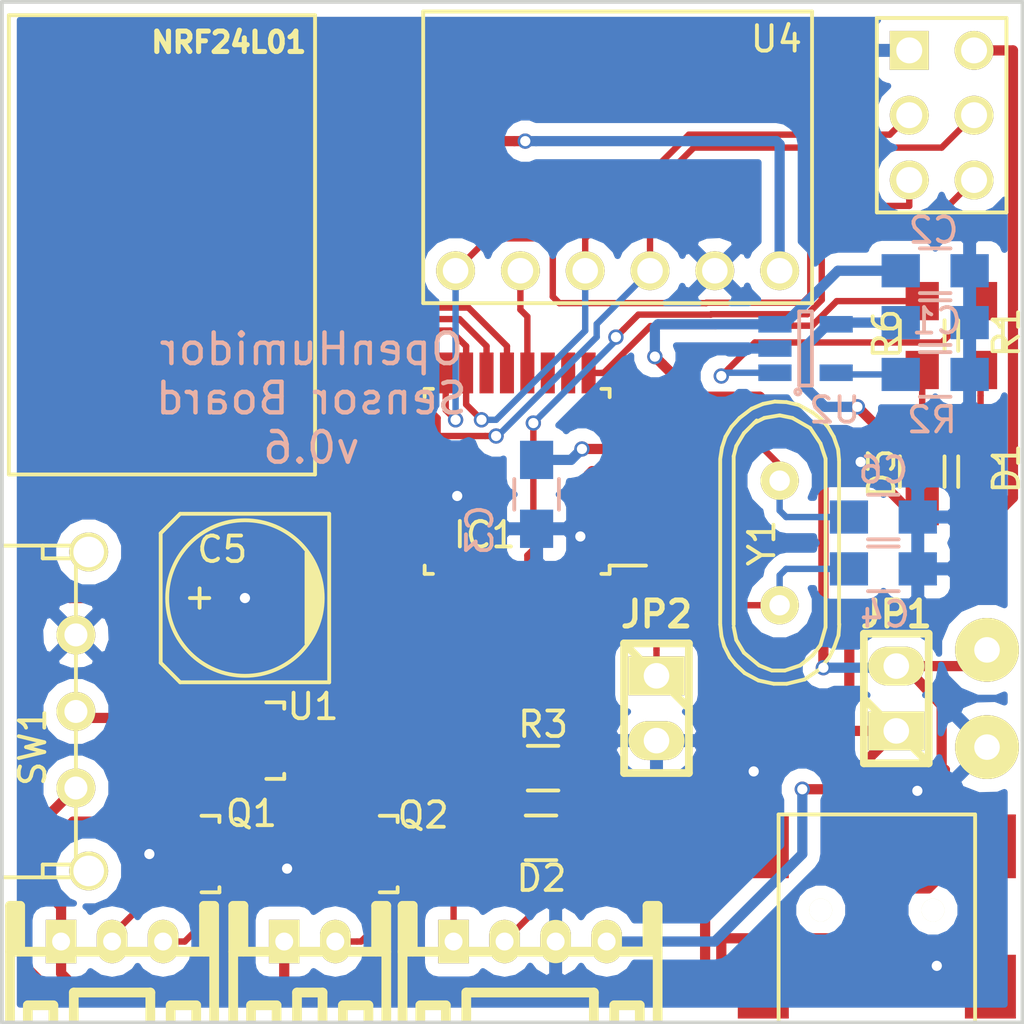
<source format=kicad_pcb>
(kicad_pcb (version 4) (host pcbnew 4.0.2+e4-6225~38~ubuntu14.04.1-stable)

  (general
    (links 78)
    (no_connects 5)
    (area 117.614999 58.293 169.283 104.46954)
    (thickness 1.6)
    (drawings 6)
    (tracks 358)
    (zones 0)
    (modules 30)
    (nets 44)
  )

  (page A4)
  (layers
    (0 F.Cu signal hide)
    (31 B.Cu signal hide)
    (32 B.Adhes user hide)
    (33 F.Adhes user hide)
    (34 B.Paste user hide)
    (35 F.Paste user)
    (36 B.SilkS user hide)
    (37 F.SilkS user)
    (38 B.Mask user hide)
    (39 F.Mask user)
    (40 Dwgs.User user)
    (41 Cmts.User user hide)
    (42 Eco1.User user hide)
    (43 Eco2.User user hide)
    (44 Edge.Cuts user)
    (45 Margin user hide)
    (46 B.CrtYd user hide)
    (47 F.CrtYd user hide)
    (48 B.Fab user hide)
    (49 F.Fab user hide)
  )

  (setup
    (last_trace_width 0.25)
    (trace_clearance 0.2)
    (zone_clearance 0.508)
    (zone_45_only yes)
    (trace_min 0.2)
    (segment_width 0.2)
    (edge_width 0.15)
    (via_size 0.6)
    (via_drill 0.4)
    (via_min_size 0.4)
    (via_min_drill 0.3)
    (uvia_size 0.3)
    (uvia_drill 0.1)
    (uvias_allowed no)
    (uvia_min_size 0.2)
    (uvia_min_drill 0.1)
    (pcb_text_width 0.3)
    (pcb_text_size 1.5 1.5)
    (mod_edge_width 0.15)
    (mod_text_size 1 1)
    (mod_text_width 0.15)
    (pad_size 1.524 1.524)
    (pad_drill 0.9)
    (pad_to_mask_clearance 0.2)
    (aux_axis_origin 125.89 98.425)
    (grid_origin 156.624 78.486)
    (visible_elements FFFECA3F)
    (pcbplotparams
      (layerselection 0x010f0_80000001)
      (usegerberextensions false)
      (excludeedgelayer true)
      (linewidth 0.150000)
      (plotframeref false)
      (viasonmask false)
      (mode 1)
      (useauxorigin false)
      (hpglpennumber 1)
      (hpglpenspeed 20)
      (hpglpendiameter 15)
      (hpglpenoverlay 2)
      (psnegative false)
      (psa4output false)
      (plotreference true)
      (plotvalue true)
      (plotinvisibletext false)
      (padsonsilk false)
      (subtractmaskfromsilk false)
      (outputformat 5)
      (mirror false)
      (drillshape 0)
      (scaleselection 1)
      (outputdirectory gerber/))
  )

  (net 0 "")
  (net 1 +5V)
  (net 2 BAT-)
  (net 3 +3V3)
  (net 4 BAT+)
  (net 5 "Net-(D1-Pad2)")
  (net 6 "Net-(D3-Pad1)")
  (net 7 UART_RX)
  (net 8 RESET)
  (net 9 MISO)
  (net 10 MOSI)
  (net 11 SCK)
  (net 12 NRF_CSN)
  (net 13 SWITCH_MOIST)
  (net 14 "Net-(P5-Pad2)")
  (net 15 "Net-(U3-Pad8)")
  (net 16 "Net-(CON1-Pad2)")
  (net 17 "Net-(CON1-Pad3)")
  (net 18 "Net-(CON1-Pad4)")
  (net 19 "Net-(R1-Pad1)")
  (net 20 "Net-(R2-Pad2)")
  (net 21 DATA_MOIST)
  (net 22 SENS_CALIB)
  (net 23 NRF_CE)
  (net 24 "Net-(D2-Pad2)")
  (net 25 VCC)
  (net 26 "Net-(IC1-Pad1)")
  (net 27 "Net-(IC1-Pad2)")
  (net 28 "Net-(IC1-Pad9)")
  (net 29 "Net-(IC1-Pad10)")
  (net 30 "Net-(IC1-Pad11)")
  (net 31 "Net-(IC1-Pad18)")
  (net 32 "Net-(IC1-Pad19)")
  (net 33 "Net-(IC1-Pad20)")
  (net 34 "Net-(IC1-Pad22)")
  (net 35 "Net-(IC1-Pad23)")
  (net 36 "Net-(IC1-Pad24)")
  (net 37 "Net-(IC1-Pad25)")
  (net 38 UART_TX)
  (net 39 "Net-(C4-Pad2)")
  (net 40 "Net-(C6-Pad2)")
  (net 41 HYG_CS)
  (net 42 SWITCH_FAN)
  (net 43 "Net-(P4-Pad3)")

  (net_class Default "This is the default net class."
    (clearance 0.2)
    (trace_width 0.25)
    (via_dia 0.6)
    (via_drill 0.4)
    (uvia_dia 0.3)
    (uvia_drill 0.1)
    (add_net DATA_MOIST)
    (add_net HYG_CS)
    (add_net MISO)
    (add_net MOSI)
    (add_net NRF_CE)
    (add_net NRF_CSN)
    (add_net "Net-(C4-Pad2)")
    (add_net "Net-(C6-Pad2)")
    (add_net "Net-(CON1-Pad2)")
    (add_net "Net-(CON1-Pad3)")
    (add_net "Net-(CON1-Pad4)")
    (add_net "Net-(D1-Pad2)")
    (add_net "Net-(D2-Pad2)")
    (add_net "Net-(D3-Pad1)")
    (add_net "Net-(IC1-Pad1)")
    (add_net "Net-(IC1-Pad10)")
    (add_net "Net-(IC1-Pad11)")
    (add_net "Net-(IC1-Pad18)")
    (add_net "Net-(IC1-Pad19)")
    (add_net "Net-(IC1-Pad2)")
    (add_net "Net-(IC1-Pad20)")
    (add_net "Net-(IC1-Pad22)")
    (add_net "Net-(IC1-Pad23)")
    (add_net "Net-(IC1-Pad24)")
    (add_net "Net-(IC1-Pad25)")
    (add_net "Net-(IC1-Pad9)")
    (add_net "Net-(P4-Pad3)")
    (add_net "Net-(P5-Pad2)")
    (add_net "Net-(R1-Pad1)")
    (add_net "Net-(R2-Pad2)")
    (add_net "Net-(U3-Pad8)")
    (add_net RESET)
    (add_net SCK)
    (add_net SENS_CALIB)
    (add_net SWITCH_FAN)
    (add_net SWITCH_MOIST)
    (add_net UART_RX)
    (add_net UART_TX)
  )

  (net_class Power ""
    (clearance 0.2)
    (trace_width 0.4)
    (via_dia 0.6)
    (via_drill 0.4)
    (uvia_dia 0.3)
    (uvia_drill 0.1)
    (add_net +3V3)
    (add_net +5V)
    (add_net BAT+)
    (add_net BAT-)
    (add_net VCC)
  )

  (module w_conn_jst-ph:s4b-ph-kl (layer F.Cu) (tedit 578131D0) (tstamp 577D152D)
    (at 146.591 95.25)
    (descr "JST PH series connector, S4B-PH-KL")
    (path /55A59468)
    (fp_text reference "" (at 0 -2.79908) (layer F.SilkS)
      (effects (font (thickness 0.3048)))
    )
    (fp_text value UART (at 0 7.80034) (layer F.SilkS)
      (effects (font (thickness 0.3048)))
    )
    (fp_line (start -3.29946 4.09956) (end -3.29946 6.2992) (layer F.SilkS) (width 0.381))
    (fp_line (start -3.29946 6.2992) (end -3.59918 6.2992) (layer F.SilkS) (width 0.381))
    (fp_line (start -3.59918 6.2992) (end -3.59918 4.09956) (layer F.SilkS) (width 0.381))
    (fp_line (start 2.49936 1.99898) (end -2.49936 1.99898) (layer F.SilkS) (width 0.381))
    (fp_line (start -5.00126 6.2992) (end 5.00126 6.2992) (layer F.SilkS) (width 0.381))
    (fp_line (start -5.00126 0.39878) (end 5.00126 0.39878) (layer F.SilkS) (width 0.381))
    (fp_line (start 2.49936 1.99898) (end 2.49936 6.2992) (layer F.SilkS) (width 0.381))
    (fp_line (start -2.5019 1.99898) (end -2.5019 6.2992) (layer F.SilkS) (width 0.381))
    (fp_line (start 3.29692 4.09956) (end 3.29692 2.49936) (layer F.SilkS) (width 0.381))
    (fp_line (start 4.29768 4.09956) (end 3.29692 4.09956) (layer F.SilkS) (width 0.381))
    (fp_line (start 4.29768 2.49936) (end 4.29768 4.09956) (layer F.SilkS) (width 0.381))
    (fp_line (start 3.29692 2.49936) (end 4.29768 2.49936) (layer F.SilkS) (width 0.381))
    (fp_line (start -4.30276 2.49936) (end -3.302 2.49936) (layer F.SilkS) (width 0.381))
    (fp_line (start -3.302 2.49936) (end -3.302 4.09956) (layer F.SilkS) (width 0.381))
    (fp_line (start -3.302 4.09956) (end -4.30276 4.09956) (layer F.SilkS) (width 0.381))
    (fp_line (start -4.30276 4.09956) (end -4.30276 2.49936) (layer F.SilkS) (width 0.381))
    (fp_line (start 4.79806 -1.39954) (end 4.79806 0.39878) (layer F.SilkS) (width 0.381))
    (fp_line (start -4.79806 -1.39954) (end -4.79806 0.39878) (layer F.SilkS) (width 0.381))
    (fp_line (start 4.99872 6.2992) (end 4.99872 -1.39954) (layer F.SilkS) (width 0.381))
    (fp_line (start 4.99872 -1.39954) (end 4.59994 -1.39954) (layer F.SilkS) (width 0.381))
    (fp_line (start 4.59994 -1.39954) (end 4.59994 0.39878) (layer F.SilkS) (width 0.381))
    (fp_line (start -4.59994 0.39878) (end -4.59994 -1.39954) (layer F.SilkS) (width 0.381))
    (fp_line (start -4.59994 -1.39954) (end -4.99872 -1.39954) (layer F.SilkS) (width 0.381))
    (fp_line (start -4.99872 -1.39954) (end -4.99872 6.2992) (layer F.SilkS) (width 0.381))
    (pad 1 thru_hole rect (at -2.99974 0) (size 1.19888 1.69926) (drill 0.70104) (layers *.Cu *.Mask F.SilkS)
      (net 24 "Net-(D2-Pad2)"))
    (pad 2 thru_hole oval (at -1.00076 0) (size 1.19888 1.69926) (drill 0.70104) (layers *.Cu *.Mask F.SilkS)
      (net 38 UART_TX))
    (pad 3 thru_hole oval (at 1.00076 0) (size 1.19888 1.69926) (drill 0.70104) (layers *.Cu *.Mask F.SilkS)
      (net 2 BAT-))
    (pad 4 thru_hole oval (at 2.99974 0) (size 1.19888 1.69926) (drill 0.70104) (layers *.Cu *.Mask F.SilkS)
      (net 1 +5V))
    (model walter/conn_jst-ph/s4b-ph-kl.wrl
      (at (xyz 0 0 0))
      (scale (xyz 1 1 1))
      (rotate (xyz 0 0 0))
    )
  )

  (module w_conn_jst-ph:s2b-ph-kl (layer F.Cu) (tedit 578131CD) (tstamp 577D153A)
    (at 137.955 95.25)
    (descr "JST PH series connector, S2B-PH-KL")
    (path /55BE8E71)
    (fp_text reference "" (at 0 -2.79908) (layer F.SilkS)
      (effects (font (thickness 0.3048)))
    )
    (fp_text value FAN (at 0 7.80034) (layer F.SilkS)
      (effects (font (thickness 0.3048)))
    )
    (fp_line (start -1.30048 4.09956) (end -1.30048 6.2992) (layer F.SilkS) (width 0.381))
    (fp_line (start -1.30048 6.2992) (end -1.6002 6.2992) (layer F.SilkS) (width 0.381))
    (fp_line (start -1.6002 6.2992) (end -1.6002 4.09956) (layer F.SilkS) (width 0.381))
    (fp_line (start 0.50038 1.99898) (end 0.50038 6.2992) (layer F.SilkS) (width 0.381))
    (fp_line (start -0.50038 1.99898) (end -0.50038 6.2992) (layer F.SilkS) (width 0.381))
    (fp_line (start 0.50038 1.99898) (end -0.50038 1.99898) (layer F.SilkS) (width 0.381))
    (fp_line (start 1.29794 4.09956) (end 1.29794 2.49936) (layer F.SilkS) (width 0.381))
    (fp_line (start 2.2987 4.09956) (end 1.29794 4.09956) (layer F.SilkS) (width 0.381))
    (fp_line (start 2.2987 2.49936) (end 2.2987 4.09956) (layer F.SilkS) (width 0.381))
    (fp_line (start 1.29794 2.49936) (end 2.2987 2.49936) (layer F.SilkS) (width 0.381))
    (fp_line (start -2.30124 2.49936) (end -1.30048 2.49936) (layer F.SilkS) (width 0.381))
    (fp_line (start -1.30048 2.49936) (end -1.30048 4.09956) (layer F.SilkS) (width 0.381))
    (fp_line (start -1.30048 4.09956) (end -2.30124 4.09956) (layer F.SilkS) (width 0.381))
    (fp_line (start -2.30124 4.09956) (end -2.30124 2.49936) (layer F.SilkS) (width 0.381))
    (fp_line (start 2.99974 0.39878) (end -2.99974 0.39878) (layer F.SilkS) (width 0.381))
    (fp_line (start 2.79908 -1.39954) (end 2.79908 0.39878) (layer F.SilkS) (width 0.381))
    (fp_line (start -2.79908 -1.39954) (end -2.79908 0.39878) (layer F.SilkS) (width 0.381))
    (fp_line (start -2.99974 6.2992) (end 2.99974 6.2992) (layer F.SilkS) (width 0.381))
    (fp_line (start 2.99974 6.2992) (end 2.99974 -1.39954) (layer F.SilkS) (width 0.381))
    (fp_line (start 2.99974 -1.39954) (end 2.60096 -1.39954) (layer F.SilkS) (width 0.381))
    (fp_line (start 2.60096 -1.39954) (end 2.60096 0.39878) (layer F.SilkS) (width 0.381))
    (fp_line (start -2.60096 0.39878) (end -2.60096 -1.39954) (layer F.SilkS) (width 0.381))
    (fp_line (start -2.60096 -1.39954) (end -2.99974 -1.39954) (layer F.SilkS) (width 0.381))
    (fp_line (start -2.99974 -1.39954) (end -2.99974 6.2992) (layer F.SilkS) (width 0.381))
    (pad 1 thru_hole rect (at -1.00076 0) (size 1.19888 1.69926) (drill 0.70104) (layers *.Cu *.Mask F.SilkS)
      (net 25 VCC))
    (pad 2 thru_hole oval (at 1.00076 0) (size 1.19888 1.69926) (drill 0.70104) (layers *.Cu *.Mask F.SilkS)
      (net 14 "Net-(P5-Pad2)"))
    (model walter/conn_jst-ph/s2b-ph-kl.wrl
      (at (xyz 0 0 0))
      (scale (xyz 1 1 1))
      (rotate (xyz 0 0 0))
    )
  )

  (module Housings_SOT-23_SOT-143_TSOT-6:SOT-23_Handsoldering (layer F.Cu) (tedit 578131E0) (tstamp 55BE84A6)
    (at 133.764 91.821 270)
    (descr "SOT-23, Handsoldering")
    (tags SOT-23)
    (path /55A5899A)
    (attr smd)
    (fp_text reference Q1 (at -1.5875 -1.905 360) (layer F.SilkS)
      (effects (font (size 1 1) (thickness 0.15)))
    )
    (fp_text value Q_NPN_BEC (at 0 3.81 270) (layer F.Fab)
      (effects (font (size 1 1) (thickness 0.15)))
    )
    (fp_line (start -1.49982 0.0508) (end -1.49982 -0.65024) (layer F.SilkS) (width 0.15))
    (fp_line (start -1.49982 -0.65024) (end -1.2509 -0.65024) (layer F.SilkS) (width 0.15))
    (fp_line (start 1.29916 -0.65024) (end 1.49982 -0.65024) (layer F.SilkS) (width 0.15))
    (fp_line (start 1.49982 -0.65024) (end 1.49982 0.0508) (layer F.SilkS) (width 0.15))
    (pad 1 smd rect (at -0.95 1.50114 270) (size 0.8001 1.80086) (layers F.Cu F.Paste F.Mask)
      (net 13 SWITCH_MOIST))
    (pad 2 smd rect (at 0.95 1.50114 270) (size 0.8001 1.80086) (layers F.Cu F.Paste F.Mask)
      (net 2 BAT-))
    (pad 3 smd rect (at 0 -1.50114 270) (size 0.8001 1.80086) (layers F.Cu F.Paste F.Mask)
      (net 43 "Net-(P4-Pad3)"))
    (model Housings_SOT-23_SOT-143_TSOT-6.3dshapes/SOT-23_Handsoldering.wrl
      (at (xyz 0 0 0))
      (scale (xyz 1 1 1))
      (rotate (xyz 0 0 0))
    )
  )

  (module Housings_SOT-23_SOT-143_TSOT-6:SOT-23_Handsoldering (layer F.Cu) (tedit 578131DE) (tstamp 55BE84AD)
    (at 140.749 91.821 270)
    (descr "SOT-23, Handsoldering")
    (tags SOT-23)
    (path /55A580FB)
    (attr smd)
    (fp_text reference Q2 (at -1.524 -1.651 360) (layer F.SilkS)
      (effects (font (size 1 1) (thickness 0.15)))
    )
    (fp_text value Q_NPN_BEC (at 0 3.81 270) (layer F.Fab)
      (effects (font (size 1 1) (thickness 0.15)))
    )
    (fp_line (start -1.49982 0.0508) (end -1.49982 -0.65024) (layer F.SilkS) (width 0.15))
    (fp_line (start -1.49982 -0.65024) (end -1.2509 -0.65024) (layer F.SilkS) (width 0.15))
    (fp_line (start 1.29916 -0.65024) (end 1.49982 -0.65024) (layer F.SilkS) (width 0.15))
    (fp_line (start 1.49982 -0.65024) (end 1.49982 0.0508) (layer F.SilkS) (width 0.15))
    (pad 1 smd rect (at -0.95 1.50114 270) (size 0.8001 1.80086) (layers F.Cu F.Paste F.Mask)
      (net 42 SWITCH_FAN))
    (pad 2 smd rect (at 0.95 1.50114 270) (size 0.8001 1.80086) (layers F.Cu F.Paste F.Mask)
      (net 2 BAT-))
    (pad 3 smd rect (at 0 -1.50114 270) (size 0.8001 1.80086) (layers F.Cu F.Paste F.Mask)
      (net 14 "Net-(P5-Pad2)"))
    (model Housings_SOT-23_SOT-143_TSOT-6.3dshapes/SOT-23_Handsoldering.wrl
      (at (xyz 0 0 0))
      (scale (xyz 1 1 1))
      (rotate (xyz 0 0 0))
    )
  )

  (module Housings_SOT-23_SOT-143_TSOT-6:SOT-23_Handsoldering (layer F.Cu) (tedit 578131A0) (tstamp 55BE84D2)
    (at 136.304 87.376 270)
    (descr "SOT-23, Handsoldering")
    (tags SOT-23)
    (path /55A5FDBB)
    (attr smd)
    (fp_text reference U1 (at -1.3335 -1.778 360) (layer F.SilkS)
      (effects (font (size 1 1) (thickness 0.15)))
    )
    (fp_text value MCP1700 (at 0 3.81 270) (layer F.Fab)
      (effects (font (size 1 1) (thickness 0.15)))
    )
    (fp_line (start -1.49982 0.0508) (end -1.49982 -0.65024) (layer F.SilkS) (width 0.15))
    (fp_line (start -1.49982 -0.65024) (end -1.2509 -0.65024) (layer F.SilkS) (width 0.15))
    (fp_line (start 1.29916 -0.65024) (end 1.49982 -0.65024) (layer F.SilkS) (width 0.15))
    (fp_line (start 1.49982 -0.65024) (end 1.49982 0.0508) (layer F.SilkS) (width 0.15))
    (pad 1 smd rect (at -0.95 1.50114 270) (size 0.8001 1.80086) (layers F.Cu F.Paste F.Mask)
      (net 2 BAT-))
    (pad 2 smd rect (at 0.95 1.50114 270) (size 0.8001 1.80086) (layers F.Cu F.Paste F.Mask)
      (net 3 +3V3))
    (pad 3 smd rect (at 0 -1.50114 270) (size 0.8001 1.80086) (layers F.Cu F.Paste F.Mask)
      (net 25 VCC))
    (model Housings_SOT-23_SOT-143_TSOT-6.3dshapes/SOT-23_Handsoldering.wrl
      (at (xyz 0 0 0))
      (scale (xyz 1 1 1))
      (rotate (xyz 0 0 0))
    )
  )

  (module ownprints:nrf24l01_mini (layer F.Cu) (tedit 568C1AFE) (tstamp 55BE84EB)
    (at 130.462 67.945)
    (descr "Footprint for Chinese nRF24L01+ module")
    (tags CONN)
    (path /55BE50AD)
    (fp_text reference U3 (at 7.747 10.287) (layer F.SilkS) hide
      (effects (font (size 1.016 1.016) (thickness 0.2032)))
    )
    (fp_text value nRF24L01+ (at 5.4035 7.2896) (layer F.SilkS) hide
      (effects (font (size 1.016 1.016) (thickness 0.2032)))
    )
    (fp_line (start -4.3 9) (end -4.3 -9) (layer F.SilkS) (width 0.15))
    (fp_line (start -4.3 -9) (end 7.7 -9) (layer F.SilkS) (width 0.15))
    (fp_line (start 7.7 -9) (end 7.7 9) (layer F.SilkS) (width 0.15))
    (fp_line (start 7.7 9) (end -4.3 9) (layer F.SilkS) (width 0.15))
    (pad 1 smd circle (at -2.7 9.1) (size 0.8 0.8) (layers F.Cu F.Paste F.Mask)
      (net 3 +3V3))
    (pad 2 smd circle (at -1.4265 9.0896) (size 0.8 0.8) (layers F.Cu F.Paste F.Mask)
      (net 2 BAT-))
    (pad 3 smd circle (at -0.1565 9.0896) (size 0.8 0.8) (layers F.Cu F.Paste F.Mask)
      (net 23 NRF_CE))
    (pad 4 smd circle (at 1.1135 9.0896) (size 0.8 0.8) (layers F.Cu F.Paste F.Mask)
      (net 12 NRF_CSN))
    (pad 5 smd circle (at 2.3835 9.0896) (size 0.8 0.8) (layers F.Cu F.Paste F.Mask)
      (net 11 SCK))
    (pad 6 smd circle (at 3.6535 9.0896) (size 0.8 0.8) (layers F.Cu F.Paste F.Mask)
      (net 10 MOSI))
    (pad 7 smd circle (at 4.9235 9.0896) (size 0.8 0.8) (layers F.Cu F.Paste F.Mask)
      (net 9 MISO))
    (pad 8 smd circle (at 6.1935 9.0896) (size 0.8 0.8) (layers F.Cu F.Paste F.Mask)
      (net 15 "Net-(U3-Pad8)"))
    (model pin_array/pins_array_4x2.wrl
      (at (xyz 0 0 0))
      (scale (xyz 1 1 1))
      (rotate (xyz 0 0 0))
    )
  )

  (module Connect:USB_Mini-B (layer F.Cu) (tedit 568C1B8D) (tstamp 55BFCA28)
    (at 160.18 94.869 90)
    (descr "USB Mini-B 5-pin SMD connector")
    (tags "USB USB_B USB_Mini connector")
    (path /55BFFF8C)
    (attr smd)
    (fp_text reference CON1 (at 6.096 -0.127 180) (layer F.SilkS) hide
      (effects (font (size 1 1) (thickness 0.15)))
    )
    (fp_text value USB-MINI-B (at 0 -7.0993 90) (layer F.Fab)
      (effects (font (size 1 1) (thickness 0.15)))
    )
    (fp_line (start -4.85 -5.7) (end 4.85 -5.7) (layer F.CrtYd) (width 0.05))
    (fp_line (start 4.85 -5.7) (end 4.85 5.7) (layer F.CrtYd) (width 0.05))
    (fp_line (start 4.85 5.7) (end -4.85 5.7) (layer F.CrtYd) (width 0.05))
    (fp_line (start -4.85 5.7) (end -4.85 -5.7) (layer F.CrtYd) (width 0.05))
    (fp_line (start -3.59918 -3.85064) (end -3.59918 3.85064) (layer F.SilkS) (width 0.15))
    (fp_line (start -4.59994 -3.85064) (end -4.59994 3.85064) (layer F.SilkS) (width 0.15))
    (fp_line (start -4.59994 3.85064) (end 4.59994 3.85064) (layer F.SilkS) (width 0.15))
    (fp_line (start 4.59994 3.85064) (end 4.59994 -3.85064) (layer F.SilkS) (width 0.15))
    (fp_line (start 4.59994 -3.85064) (end -4.59994 -3.85064) (layer F.SilkS) (width 0.15))
    (pad 1 smd rect (at 3.44932 -1.6002 90) (size 2.30124 0.50038) (layers F.Cu F.Paste F.Mask)
      (net 1 +5V))
    (pad 2 smd rect (at 3.44932 -0.8001 90) (size 2.30124 0.50038) (layers F.Cu F.Paste F.Mask)
      (net 16 "Net-(CON1-Pad2)"))
    (pad 3 smd rect (at 3.44932 0 90) (size 2.30124 0.50038) (layers F.Cu F.Paste F.Mask)
      (net 17 "Net-(CON1-Pad3)"))
    (pad 4 smd rect (at 3.44932 0.8001 90) (size 2.30124 0.50038) (layers F.Cu F.Paste F.Mask)
      (net 18 "Net-(CON1-Pad4)"))
    (pad 5 smd rect (at 3.44932 1.6002 90) (size 2.30124 0.50038) (layers F.Cu F.Paste F.Mask)
      (net 2 BAT-))
    (pad 6 smd rect (at 3.35026 -4.45008 90) (size 2.49936 1.99898) (layers F.Cu F.Paste F.Mask)
      (net 2 BAT-))
    (pad 6 smd rect (at -2.14884 -4.45008 90) (size 2.49936 1.99898) (layers F.Cu F.Paste F.Mask)
      (net 2 BAT-))
    (pad 6 smd rect (at 3.35026 4.45008 90) (size 2.49936 1.99898) (layers F.Cu F.Paste F.Mask)
      (net 2 BAT-))
    (pad 6 smd rect (at -2.14884 4.45008 90) (size 2.49936 1.99898) (layers F.Cu F.Paste F.Mask)
      (net 2 BAT-))
    (pad "" np_thru_hole circle (at 0.8509 -2.19964 90) (size 0.89916 0.89916) (drill 0.89916) (layers *.Cu *.Mask F.SilkS))
    (pad "" np_thru_hole circle (at 0.8509 2.19964 90) (size 0.89916 0.89916) (drill 0.89916) (layers *.Cu *.Mask F.SilkS))
  )

  (module ownprints:SOT-23-5_handsoldering (layer B.Cu) (tedit 5781323F) (tstamp 55E6F777)
    (at 157.386 72.009)
    (descr "5-pin SOT23 package")
    (tags SOT-23-5)
    (path /55E6F475)
    (attr smd)
    (fp_text reference U2 (at 1.143 2.413) (layer B.SilkS)
      (effects (font (size 1 1) (thickness 0.15)) (justify mirror))
    )
    (fp_text value MCP73831 (at -0.05 -2.35) (layer B.Fab)
      (effects (font (size 1 1) (thickness 0.15)) (justify mirror))
    )
    (fp_line (start -1.8 1.6) (end 1.8 1.6) (layer B.CrtYd) (width 0.05))
    (fp_line (start 1.8 1.6) (end 1.8 -1.6) (layer B.CrtYd) (width 0.05))
    (fp_line (start 1.8 -1.6) (end -1.8 -1.6) (layer B.CrtYd) (width 0.05))
    (fp_line (start -1.8 -1.6) (end -1.8 1.6) (layer B.CrtYd) (width 0.05))
    (fp_circle (center -0.3 1.7) (end -0.2 1.7) (layer B.SilkS) (width 0.15))
    (fp_line (start 0.25 1.45) (end -0.25 1.45) (layer B.SilkS) (width 0.15))
    (fp_line (start 0.25 -1.45) (end 0.25 1.45) (layer B.SilkS) (width 0.15))
    (fp_line (start -0.25 -1.45) (end 0.25 -1.45) (layer B.SilkS) (width 0.15))
    (fp_line (start -0.25 1.45) (end -0.25 -1.45) (layer B.SilkS) (width 0.15))
    (pad 1 smd rect (at -1.2 0.95) (size 1.3 0.65) (layers B.Cu B.Paste B.Mask)
      (net 19 "Net-(R1-Pad1)"))
    (pad 2 smd rect (at -1.2 0) (size 1.3 0.65) (layers B.Cu B.Paste B.Mask)
      (net 2 BAT-))
    (pad 3 smd rect (at -1.2 -0.95) (size 1.3 0.65) (layers B.Cu B.Paste B.Mask)
      (net 4 BAT+))
    (pad 4 smd rect (at 1.2 -0.95) (size 1.3 0.65) (layers B.Cu B.Paste B.Mask)
      (net 1 +5V))
    (pad 5 smd rect (at 1.2 0.95) (size 1.3 0.65) (layers B.Cu B.Paste B.Mask)
      (net 20 "Net-(R2-Pad2)"))
    (model Housings_SOT-23_SOT-143_TSOT-6.3dshapes/SOT-23-5.wrl
      (at (xyz 0 0 0))
      (scale (xyz 0.11 0.11 0.11))
      (rotate (xyz 0 0 90))
    )
  )

  (module ownprints:2x3_pin_header (layer F.Cu) (tedit 568C1B86) (tstamp 56840F7E)
    (at 162.72 64.135 270)
    (descr "Footprint for Chinese nRF24L01+ module")
    (tags CONN)
    (path /55A5EFF2)
    (fp_text reference P1 (at 0 -3.81 270) (layer F.SilkS) hide
      (effects (font (size 1.016 1.016) (thickness 0.2032)))
    )
    (fp_text value ICSP (at 2.54 3.81 270) (layer F.SilkS) hide
      (effects (font (size 1.016 1.016) (thickness 0.2032)))
    )
    (fp_line (start -5.08 -2.54) (end -5.08 2.54) (layer F.SilkS) (width 0.15))
    (fp_line (start -5.08 2.54) (end 2.54 2.54) (layer F.SilkS) (width 0.15))
    (fp_line (start 2.54 2.54) (end 2.54 -2.54) (layer F.SilkS) (width 0.15))
    (fp_line (start 2.54 -2.54) (end -5.08 -2.54) (layer F.SilkS) (width 0.15))
    (pad 1 thru_hole rect (at -3.81 1.27 270) (size 1.524 1.524) (drill 1.016) (layers *.Cu *.Mask F.SilkS)
      (net 2 BAT-))
    (pad 2 thru_hole circle (at -3.81 -1.27 270) (size 1.524 1.524) (drill 1.016) (layers *.Cu *.Mask F.SilkS)
      (net 1 +5V))
    (pad 3 thru_hole circle (at -1.27 1.27 270) (size 1.524 1.524) (drill 1.016) (layers *.Cu *.Mask F.SilkS)
      (net 10 MOSI))
    (pad 4 thru_hole circle (at -1.27 -1.27 270) (size 1.524 1.524) (drill 1.016) (layers *.Cu *.Mask F.SilkS)
      (net 11 SCK))
    (pad 5 thru_hole circle (at 1.27 1.27 270) (size 1.524 1.524) (drill 1.016) (layers *.Cu *.Mask F.SilkS)
      (net 9 MISO))
    (pad 6 thru_hole circle (at 1.27 -1.27 270) (size 1.524 1.524) (drill 1.016) (layers *.Cu *.Mask F.SilkS)
      (net 8 RESET))
    (model pin_array/pins_array_4x2.wrl
      (at (xyz 0 0 0))
      (scale (xyz 1 1 1))
      (rotate (xyz 0 0 0))
    )
  )

  (module ownprints:solderpad2x (layer F.Cu) (tedit 568C1DB3) (tstamp 56840F84)
    (at 164.498 85.725 270)
    (path /55BEB026)
    (fp_text reference P2 (at 0 -3.81 270) (layer F.SilkS) hide
      (effects (font (size 1 1) (thickness 0.15)))
    )
    (fp_text value BATTERY (at 0.635 3.81 270) (layer F.Fab)
      (effects (font (size 1 1) (thickness 0.15)))
    )
    (pad 1 thru_hole circle (at -1.905 0 270) (size 2.49936 2.49936) (drill 1.00076) (layers *.Cu *.Mask F.SilkS)
      (net 4 BAT+))
    (pad 2 thru_hole circle (at 1.905 0 270) (size 2.49936 2.49936) (drill 1.00076) (layers *.Cu *.Mask F.SilkS)
      (net 2 BAT-))
  )

  (module w_pinstrip:pin_strip_2 (layer F.Cu) (tedit 5781314C) (tstamp 568416E3)
    (at 160.942 85.725 90)
    (descr "Pin strip 2pin")
    (tags "CONN DEV")
    (path /5677F9B8)
    (fp_text reference JP1 (at 3.302 0 360) (layer F.SilkS)
      (effects (font (size 1.016 1.016) (thickness 0.2032)))
    )
    (fp_text value JUMPER (at 0.254 -3.556 90) (layer F.SilkS) hide
      (effects (font (size 1.016 0.889) (thickness 0.2032)))
    )
    (fp_line (start -2.54 1.27) (end 0 -1.27) (layer F.SilkS) (width 0.3048))
    (fp_line (start 2.54 1.27) (end -2.54 1.27) (layer F.SilkS) (width 0.3048))
    (fp_line (start -2.54 -1.27) (end 2.54 -1.27) (layer F.SilkS) (width 0.3048))
    (fp_line (start -2.54 1.27) (end -2.54 -1.27) (layer F.SilkS) (width 0.3048))
    (fp_line (start 2.54 -1.27) (end 2.54 1.27) (layer F.SilkS) (width 0.3048))
    (pad 1 thru_hole rect (at -1.27 0 90) (size 1.524 2.19964) (drill 1.00076) (layers *.Cu *.Mask F.SilkS)
      (net 1 +5V))
    (pad 2 thru_hole oval (at 1.27 0 90) (size 1.524 2.19964) (drill 1.00076) (layers *.Cu *.Mask F.SilkS)
      (net 4 BAT+))
    (model walter/pin_strip/pin_strip_2.wrl
      (at (xyz 0 0 0))
      (scale (xyz 1 1 1))
      (rotate (xyz 0 0 0))
    )
  )

  (module switch:SS12F23 (layer F.Cu) (tedit 5781319A) (tstamp 568416F2)
    (at 125.89 86.233 90)
    (path /5685453B)
    (fp_text reference SW1 (at -1.397 1.2065 90) (layer F.SilkS)
      (effects (font (size 1 1) (thickness 0.15)))
    )
    (fp_text value Switch_SPDT_x2 (at 0 -0.5 90) (layer F.Fab)
      (effects (font (size 1 1) (thickness 0.15)))
    )
    (fp_line (start 0 -4) (end 0 -8) (layer F.SilkS) (width 0.15))
    (fp_line (start 0 -8) (end 3.1 -8) (layer F.SilkS) (width 0.15))
    (fp_line (start 3.1 -8) (end 3.1 -4) (layer F.SilkS) (width 0.15))
    (fp_line (start 6.5 1.6) (end 6 1.6) (layer F.SilkS) (width 0.15))
    (fp_line (start 6 1.6) (end 6 2.9) (layer F.SilkS) (width 0.15))
    (fp_line (start -6.5 1.6) (end -6 1.6) (layer F.SilkS) (width 0.15))
    (fp_line (start -6 1.6) (end -6 2.9) (layer F.SilkS) (width 0.15))
    (fp_line (start 6.5 -2.9) (end 6.5 -4) (layer F.SilkS) (width 0.15))
    (fp_line (start -6.5 -2.9) (end -6.5 -4) (layer F.SilkS) (width 0.15))
    (fp_line (start 6.5 0) (end 6.5 -2.9) (layer F.SilkS) (width 0.15))
    (fp_line (start 6.5 -4) (end -6.5 -4) (layer F.SilkS) (width 0.15))
    (fp_line (start -6.5 -2.9) (end -6.5 2.9) (layer F.SilkS) (width 0.15))
    (fp_line (start -6.5 2.9) (end 6.5 2.9) (layer F.SilkS) (width 0.15))
    (fp_line (start 6.5 2.9) (end 6.5 0) (layer F.SilkS) (width 0.15))
    (pad 1 thru_hole circle (at -3 2.9 90) (size 1.524 1.524) (drill 0.9) (layers *.Cu *.Mask F.SilkS)
      (net 4 BAT+))
    (pad 2 thru_hole circle (at 0 2.9 90) (size 1.524 1.524) (drill 0.9) (layers *.Cu *.Mask F.SilkS)
      (net 25 VCC))
    (pad 3 thru_hole circle (at 3 2.9 90) (size 1.524 1.524) (drill 0.9) (layers *.Cu *.Mask F.SilkS)
      (net 2 BAT-))
    (pad "" thru_hole circle (at -6.25 3.4 90) (size 1.524 1.524) (drill 1.2) (layers *.Cu *.Mask F.SilkS))
    (pad "" thru_hole circle (at 6.25 3.4 90) (size 1.524 1.524) (drill 1.2) (layers *.Cu *.Mask F.SilkS))
  )

  (module w_conn_jst-ph:s3b-ph-kl (layer F.Cu) (tedit 578131C7) (tstamp 577D1534)
    (at 130.208 95.25)
    (descr "JST PH series connector, S3B-PH-KL")
    (path /55A58A35)
    (fp_text reference "" (at 0 -2.79908) (layer F.SilkS)
      (effects (font (thickness 0.3048)))
    )
    (fp_text value MOIST (at 0 7.80034) (layer F.SilkS)
      (effects (font (thickness 0.3048)))
    )
    (fp_line (start -2.30124 4.09956) (end -2.30124 6.2992) (layer F.SilkS) (width 0.381))
    (fp_line (start -2.30124 6.2992) (end -2.60096 6.2992) (layer F.SilkS) (width 0.381))
    (fp_line (start -2.60096 6.2992) (end -2.60096 4.09956) (layer F.SilkS) (width 0.381))
    (fp_line (start -4.0005 0.39878) (end 4.0005 0.39878) (layer F.SilkS) (width 0.381))
    (fp_line (start -1.50114 1.99898) (end 1.50114 1.99898) (layer F.SilkS) (width 0.381))
    (fp_line (start -4.0005 6.2992) (end 4.0005 6.2992) (layer F.SilkS) (width 0.381))
    (fp_line (start 1.4986 1.99898) (end 1.4986 6.2992) (layer F.SilkS) (width 0.381))
    (fp_line (start -1.50114 1.99898) (end -1.50114 6.2992) (layer F.SilkS) (width 0.381))
    (fp_line (start 2.29616 4.09956) (end 2.29616 2.49936) (layer F.SilkS) (width 0.381))
    (fp_line (start 3.29692 4.09956) (end 2.29616 4.09956) (layer F.SilkS) (width 0.381))
    (fp_line (start 3.29692 2.49936) (end 3.29692 4.09956) (layer F.SilkS) (width 0.381))
    (fp_line (start 2.29616 2.49936) (end 3.29692 2.49936) (layer F.SilkS) (width 0.381))
    (fp_line (start -3.302 2.49936) (end -2.30124 2.49936) (layer F.SilkS) (width 0.381))
    (fp_line (start -2.30124 2.49936) (end -2.30124 4.09956) (layer F.SilkS) (width 0.381))
    (fp_line (start -2.30124 4.09956) (end -3.302 4.09956) (layer F.SilkS) (width 0.381))
    (fp_line (start -3.302 4.09956) (end -3.302 2.49936) (layer F.SilkS) (width 0.381))
    (fp_line (start 3.79984 -1.39954) (end 3.79984 0.39878) (layer F.SilkS) (width 0.381))
    (fp_line (start -3.79984 -1.39954) (end -3.79984 0.39878) (layer F.SilkS) (width 0.381))
    (fp_line (start 4.0005 6.2992) (end 4.0005 -1.39954) (layer F.SilkS) (width 0.381))
    (fp_line (start 4.0005 -1.39954) (end 3.60172 -1.39954) (layer F.SilkS) (width 0.381))
    (fp_line (start 3.60172 -1.39954) (end 3.60172 0.39878) (layer F.SilkS) (width 0.381))
    (fp_line (start -3.60172 0.39878) (end -3.60172 -1.39954) (layer F.SilkS) (width 0.381))
    (fp_line (start -3.60172 -1.39954) (end -4.0005 -1.39954) (layer F.SilkS) (width 0.381))
    (fp_line (start -4.0005 -1.39954) (end -4.0005 6.2992) (layer F.SilkS) (width 0.381))
    (pad 1 thru_hole rect (at -1.99898 0) (size 1.19888 1.69926) (drill 0.70104) (layers *.Cu *.Mask F.SilkS)
      (net 25 VCC))
    (pad 2 thru_hole oval (at 0 0) (size 1.19888 1.69926) (drill 0.70104) (layers *.Cu *.Mask F.SilkS)
      (net 21 DATA_MOIST))
    (pad 3 thru_hole oval (at 1.99898 0) (size 1.19888 1.69926) (drill 0.70104) (layers *.Cu *.Mask F.SilkS)
      (net 43 "Net-(P4-Pad3)"))
    (model walter/conn_jst-ph/s3b-ph-kl.wrl
      (at (xyz 0 0 0))
      (scale (xyz 1 1 1))
      (rotate (xyz 0 0 0))
    )
  )

  (module Housings_QFP:TQFP-32_7x7mm_Pitch0.8mm (layer F.Cu) (tedit 57AF64F2) (tstamp 577D1591)
    (at 146.083 77.216 180)
    (descr "32-Lead Plastic Thin Quad Flatpack (PT) - 7x7x1.0 mm Body, 2.00 mm [TQFP] (see Microchip Packaging Specification 00000049BS.pdf)")
    (tags "QFP 0.8")
    (path /577D1A3A)
    (attr smd)
    (fp_text reference IC1 (at 1.27 -2.0955 180) (layer F.SilkS)
      (effects (font (size 1 1) (thickness 0.15)))
    )
    (fp_text value ATMEGA328P-A (at 0 6.05 180) (layer F.Fab)
      (effects (font (size 1 1) (thickness 0.15)))
    )
    (fp_line (start -5.3 -5.3) (end -5.3 5.3) (layer F.CrtYd) (width 0.05))
    (fp_line (start 5.3 -5.3) (end 5.3 5.3) (layer F.CrtYd) (width 0.05))
    (fp_line (start -5.3 -5.3) (end 5.3 -5.3) (layer F.CrtYd) (width 0.05))
    (fp_line (start -5.3 5.3) (end 5.3 5.3) (layer F.CrtYd) (width 0.05))
    (fp_line (start -3.625 -3.625) (end -3.625 -3.3) (layer F.SilkS) (width 0.15))
    (fp_line (start 3.625 -3.625) (end 3.625 -3.3) (layer F.SilkS) (width 0.15))
    (fp_line (start 3.625 3.625) (end 3.625 3.3) (layer F.SilkS) (width 0.15))
    (fp_line (start -3.625 3.625) (end -3.625 3.3) (layer F.SilkS) (width 0.15))
    (fp_line (start -3.625 -3.625) (end -3.3 -3.625) (layer F.SilkS) (width 0.15))
    (fp_line (start -3.625 3.625) (end -3.3 3.625) (layer F.SilkS) (width 0.15))
    (fp_line (start 3.625 3.625) (end 3.3 3.625) (layer F.SilkS) (width 0.15))
    (fp_line (start 3.625 -3.625) (end 3.3 -3.625) (layer F.SilkS) (width 0.15))
    (fp_line (start -3.625 -3.3) (end -5.05 -3.3) (layer F.SilkS) (width 0.15))
    (pad 1 smd rect (at -4.25 -2.8 180) (size 1.6 0.55) (layers F.Cu F.Paste F.Mask)
      (net 26 "Net-(IC1-Pad1)"))
    (pad 2 smd rect (at -4.25 -2 180) (size 1.6 0.55) (layers F.Cu F.Paste F.Mask)
      (net 27 "Net-(IC1-Pad2)"))
    (pad 3 smd rect (at -4.25 -1.2 180) (size 1.6 0.55) (layers F.Cu F.Paste F.Mask)
      (net 2 BAT-))
    (pad 4 smd rect (at -4.25 -0.4 180) (size 1.6 0.55) (layers F.Cu F.Paste F.Mask)
      (net 25 VCC))
    (pad 5 smd rect (at -4.25 0.4 180) (size 1.6 0.55) (layers F.Cu F.Paste F.Mask)
      (net 2 BAT-))
    (pad 6 smd rect (at -4.25 1.2 180) (size 1.6 0.55) (layers F.Cu F.Paste F.Mask)
      (net 25 VCC))
    (pad 7 smd rect (at -4.25 2 180) (size 1.6 0.55) (layers F.Cu F.Paste F.Mask)
      (net 39 "Net-(C4-Pad2)"))
    (pad 8 smd rect (at -4.25 2.8 180) (size 1.6 0.55) (layers F.Cu F.Paste F.Mask)
      (net 40 "Net-(C6-Pad2)"))
    (pad 9 smd rect (at -2.8 4.25 270) (size 1.6 0.55) (layers F.Cu F.Paste F.Mask)
      (net 28 "Net-(IC1-Pad9)"))
    (pad 10 smd rect (at -2 4.25 270) (size 1.6 0.55) (layers F.Cu F.Paste F.Mask)
      (net 29 "Net-(IC1-Pad10)"))
    (pad 11 smd rect (at -1.2 4.25 270) (size 1.6 0.55) (layers F.Cu F.Paste F.Mask)
      (net 30 "Net-(IC1-Pad11)"))
    (pad 12 smd rect (at -0.4 4.25 270) (size 1.6 0.55) (layers F.Cu F.Paste F.Mask)
      (net 41 HYG_CS))
    (pad 13 smd rect (at 0.4 4.25 270) (size 1.6 0.55) (layers F.Cu F.Paste F.Mask)
      (net 23 NRF_CE))
    (pad 14 smd rect (at 1.2 4.25 270) (size 1.6 0.55) (layers F.Cu F.Paste F.Mask)
      (net 12 NRF_CSN))
    (pad 15 smd rect (at 2 4.25 270) (size 1.6 0.55) (layers F.Cu F.Paste F.Mask)
      (net 10 MOSI))
    (pad 16 smd rect (at 2.8 4.25 270) (size 1.6 0.55) (layers F.Cu F.Paste F.Mask)
      (net 9 MISO))
    (pad 17 smd rect (at 4.25 2.8 180) (size 1.6 0.55) (layers F.Cu F.Paste F.Mask)
      (net 11 SCK))
    (pad 18 smd rect (at 4.25 2 180) (size 1.6 0.55) (layers F.Cu F.Paste F.Mask)
      (net 31 "Net-(IC1-Pad18)"))
    (pad 19 smd rect (at 4.25 1.2 180) (size 1.6 0.55) (layers F.Cu F.Paste F.Mask)
      (net 32 "Net-(IC1-Pad19)"))
    (pad 20 smd rect (at 4.25 0.4 180) (size 1.6 0.55) (layers F.Cu F.Paste F.Mask)
      (net 33 "Net-(IC1-Pad20)"))
    (pad 21 smd rect (at 4.25 -0.4 180) (size 1.6 0.55) (layers F.Cu F.Paste F.Mask)
      (net 2 BAT-))
    (pad 22 smd rect (at 4.25 -1.2 180) (size 1.6 0.55) (layers F.Cu F.Paste F.Mask)
      (net 34 "Net-(IC1-Pad22)"))
    (pad 23 smd rect (at 4.25 -2 180) (size 1.6 0.55) (layers F.Cu F.Paste F.Mask)
      (net 35 "Net-(IC1-Pad23)"))
    (pad 24 smd rect (at 4.25 -2.8 180) (size 1.6 0.55) (layers F.Cu F.Paste F.Mask)
      (net 36 "Net-(IC1-Pad24)"))
    (pad 25 smd rect (at 2.8 -4.25 270) (size 1.6 0.55) (layers F.Cu F.Paste F.Mask)
      (net 37 "Net-(IC1-Pad25)"))
    (pad 26 smd rect (at 2 -4.25 270) (size 1.6 0.55) (layers F.Cu F.Paste F.Mask)
      (net 13 SWITCH_MOIST))
    (pad 27 smd rect (at 1.2 -4.25 270) (size 1.6 0.55) (layers F.Cu F.Paste F.Mask)
      (net 21 DATA_MOIST))
    (pad 28 smd rect (at 0.4 -4.25 270) (size 1.6 0.55) (layers F.Cu F.Paste F.Mask)
      (net 42 SWITCH_FAN))
    (pad 29 smd rect (at -0.4 -4.25 270) (size 1.6 0.55) (layers F.Cu F.Paste F.Mask)
      (net 8 RESET))
    (pad 30 smd rect (at -1.2 -4.25 270) (size 1.6 0.55) (layers F.Cu F.Paste F.Mask)
      (net 7 UART_RX))
    (pad 31 smd rect (at -2 -4.25 270) (size 1.6 0.55) (layers F.Cu F.Paste F.Mask)
      (net 38 UART_TX))
    (pad 32 smd rect (at -2.8 -4.25 270) (size 1.6 0.55) (layers F.Cu F.Paste F.Mask)
      (net 22 SENS_CALIB))
    (model Housings_QFP.3dshapes/TQFP-32_7x7mm_Pitch0.8mm.wrl
      (at (xyz 0 0 0))
      (scale (xyz 1 1 1))
      (rotate (xyz 0 0 0))
    )
  )

  (module Resistors_SMD:R_0805_HandSoldering (layer B.Cu) (tedit 57813259) (tstamp 577D1870)
    (at 162.466 70.993 180)
    (descr "Resistor SMD 0805, hand soldering")
    (tags "resistor 0805")
    (path /55A89876)
    (attr smd)
    (fp_text reference C1 (at -0.0635 0.0635 180) (layer B.SilkS)
      (effects (font (size 1 1) (thickness 0.15)) (justify mirror))
    )
    (fp_text value 4.7uF (at 0 -2.1 180) (layer B.Fab)
      (effects (font (size 1 1) (thickness 0.15)) (justify mirror))
    )
    (fp_line (start -2.4 1) (end 2.4 1) (layer B.CrtYd) (width 0.05))
    (fp_line (start -2.4 -1) (end 2.4 -1) (layer B.CrtYd) (width 0.05))
    (fp_line (start -2.4 1) (end -2.4 -1) (layer B.CrtYd) (width 0.05))
    (fp_line (start 2.4 1) (end 2.4 -1) (layer B.CrtYd) (width 0.05))
    (fp_line (start 0.6 -0.875) (end -0.6 -0.875) (layer B.SilkS) (width 0.15))
    (fp_line (start -0.6 0.875) (end 0.6 0.875) (layer B.SilkS) (width 0.15))
    (pad 1 smd rect (at -1.35 0 180) (size 1.5 1.3) (layers B.Cu B.Paste B.Mask)
      (net 2 BAT-))
    (pad 2 smd rect (at 1.35 0 180) (size 1.5 1.3) (layers B.Cu B.Paste B.Mask)
      (net 1 +5V))
    (model Resistors_SMD.3dshapes/R_0805_HandSoldering.wrl
      (at (xyz 0 0 0))
      (scale (xyz 1 1 1))
      (rotate (xyz 0 0 0))
    )
  )

  (module Resistors_SMD:R_0805_HandSoldering (layer B.Cu) (tedit 5781324B) (tstamp 577D1875)
    (at 162.466 68.961 180)
    (descr "Resistor SMD 0805, hand soldering")
    (tags "resistor 0805")
    (path /55E71548)
    (attr smd)
    (fp_text reference C2 (at 0.0635 1.5875 180) (layer B.SilkS)
      (effects (font (size 1 1) (thickness 0.15)) (justify mirror))
    )
    (fp_text value 4.7uF (at 0 -2.1 180) (layer B.Fab)
      (effects (font (size 1 1) (thickness 0.15)) (justify mirror))
    )
    (fp_line (start -2.4 1) (end 2.4 1) (layer B.CrtYd) (width 0.05))
    (fp_line (start -2.4 -1) (end 2.4 -1) (layer B.CrtYd) (width 0.05))
    (fp_line (start -2.4 1) (end -2.4 -1) (layer B.CrtYd) (width 0.05))
    (fp_line (start 2.4 1) (end 2.4 -1) (layer B.CrtYd) (width 0.05))
    (fp_line (start 0.6 -0.875) (end -0.6 -0.875) (layer B.SilkS) (width 0.15))
    (fp_line (start -0.6 0.875) (end 0.6 0.875) (layer B.SilkS) (width 0.15))
    (pad 1 smd rect (at -1.35 0 180) (size 1.5 1.3) (layers B.Cu B.Paste B.Mask)
      (net 2 BAT-))
    (pad 2 smd rect (at 1.35 0 180) (size 1.5 1.3) (layers B.Cu B.Paste B.Mask)
      (net 4 BAT+))
    (model Resistors_SMD.3dshapes/R_0805_HandSoldering.wrl
      (at (xyz 0 0 0))
      (scale (xyz 1 1 1))
      (rotate (xyz 0 0 0))
    )
  )

  (module Resistors_SMD:R_0805_HandSoldering (layer B.Cu) (tedit 57813261) (tstamp 577D187A)
    (at 146.845 77.724 90)
    (descr "Resistor SMD 0805, hand soldering")
    (tags "resistor 0805")
    (path /55A6135F)
    (attr smd)
    (fp_text reference C3 (at -1.397 -2.2225 90) (layer B.SilkS)
      (effects (font (size 1 1) (thickness 0.15)) (justify mirror))
    )
    (fp_text value 100uF (at 0 -2.1 90) (layer B.Fab)
      (effects (font (size 1 1) (thickness 0.15)) (justify mirror))
    )
    (fp_line (start -2.4 1) (end 2.4 1) (layer B.CrtYd) (width 0.05))
    (fp_line (start -2.4 -1) (end 2.4 -1) (layer B.CrtYd) (width 0.05))
    (fp_line (start -2.4 1) (end -2.4 -1) (layer B.CrtYd) (width 0.05))
    (fp_line (start 2.4 1) (end 2.4 -1) (layer B.CrtYd) (width 0.05))
    (fp_line (start 0.6 -0.875) (end -0.6 -0.875) (layer B.SilkS) (width 0.15))
    (fp_line (start -0.6 0.875) (end 0.6 0.875) (layer B.SilkS) (width 0.15))
    (pad 1 smd rect (at -1.35 0 90) (size 1.5 1.3) (layers B.Cu B.Paste B.Mask)
      (net 2 BAT-))
    (pad 2 smd rect (at 1.35 0 90) (size 1.5 1.3) (layers B.Cu B.Paste B.Mask)
      (net 25 VCC))
    (model Resistors_SMD.3dshapes/R_0805_HandSoldering.wrl
      (at (xyz 0 0 0))
      (scale (xyz 1 1 1))
      (rotate (xyz 0 0 0))
    )
  )

  (module Capacitors_SMD:c_elec_6.3x5.3 (layer F.Cu) (tedit 57813194) (tstamp 577D187F)
    (at 135.415 81.788 180)
    (descr "SMT capacitor, aluminium electrolytic, 6.3x5.3")
    (path /55A60C33)
    (attr smd)
    (fp_text reference C5 (at 0.889 1.905 180) (layer F.SilkS)
      (effects (font (size 1 1) (thickness 0.15)))
    )
    (fp_text value 100uF (at 0 4.445 180) (layer F.Fab)
      (effects (font (size 1 1) (thickness 0.15)))
    )
    (fp_line (start -4.85 -3.65) (end 4.85 -3.65) (layer F.CrtYd) (width 0.05))
    (fp_line (start 4.85 -3.65) (end 4.85 3.65) (layer F.CrtYd) (width 0.05))
    (fp_line (start 4.85 3.65) (end -4.85 3.65) (layer F.CrtYd) (width 0.05))
    (fp_line (start -4.85 3.65) (end -4.85 -3.65) (layer F.CrtYd) (width 0.05))
    (fp_line (start -2.921 -0.762) (end -2.921 0.762) (layer F.SilkS) (width 0.15))
    (fp_line (start -2.794 1.143) (end -2.794 -1.143) (layer F.SilkS) (width 0.15))
    (fp_line (start -2.667 -1.397) (end -2.667 1.397) (layer F.SilkS) (width 0.15))
    (fp_line (start -2.54 1.651) (end -2.54 -1.651) (layer F.SilkS) (width 0.15))
    (fp_line (start -2.413 -1.778) (end -2.413 1.778) (layer F.SilkS) (width 0.15))
    (fp_line (start -3.302 -3.302) (end -3.302 3.302) (layer F.SilkS) (width 0.15))
    (fp_line (start -3.302 3.302) (end 2.54 3.302) (layer F.SilkS) (width 0.15))
    (fp_line (start 2.54 3.302) (end 3.302 2.54) (layer F.SilkS) (width 0.15))
    (fp_line (start 3.302 2.54) (end 3.302 -2.54) (layer F.SilkS) (width 0.15))
    (fp_line (start 3.302 -2.54) (end 2.54 -3.302) (layer F.SilkS) (width 0.15))
    (fp_line (start 2.54 -3.302) (end -3.302 -3.302) (layer F.SilkS) (width 0.15))
    (fp_line (start 2.159 0) (end 1.397 0) (layer F.SilkS) (width 0.15))
    (fp_line (start 1.778 -0.381) (end 1.778 0.381) (layer F.SilkS) (width 0.15))
    (fp_circle (center 0 0) (end -3.048 0) (layer F.SilkS) (width 0.15))
    (pad 1 smd rect (at 2.75082 0 180) (size 3.59918 1.6002) (layers F.Cu F.Paste F.Mask)
      (net 2 BAT-))
    (pad 2 smd rect (at -2.75082 0 180) (size 3.59918 1.6002) (layers F.Cu F.Paste F.Mask)
      (net 3 +3V3))
    (model Capacitors_SMD.3dshapes/c_elec_6.3x5.3.wrl
      (at (xyz 0 0 0))
      (scale (xyz 1 1 1))
      (rotate (xyz 0 0 0))
    )
  )

  (module Resistors_SMD:R_0805_HandSoldering (layer F.Cu) (tedit 57813175) (tstamp 577D1884)
    (at 164.244 76.835 90)
    (descr "Resistor SMD 0805, hand soldering")
    (tags "resistor 0805")
    (path /55E70003)
    (attr smd)
    (fp_text reference D1 (at 0.127 1.016 90) (layer F.SilkS)
      (effects (font (size 1 1) (thickness 0.15)))
    )
    (fp_text value "LED RED" (at 0 2.1 90) (layer F.Fab)
      (effects (font (size 1 1) (thickness 0.15)))
    )
    (fp_line (start -2.4 -1) (end 2.4 -1) (layer F.CrtYd) (width 0.05))
    (fp_line (start -2.4 1) (end 2.4 1) (layer F.CrtYd) (width 0.05))
    (fp_line (start -2.4 -1) (end -2.4 1) (layer F.CrtYd) (width 0.05))
    (fp_line (start 2.4 -1) (end 2.4 1) (layer F.CrtYd) (width 0.05))
    (fp_line (start 0.6 0.875) (end -0.6 0.875) (layer F.SilkS) (width 0.15))
    (fp_line (start -0.6 -0.875) (end 0.6 -0.875) (layer F.SilkS) (width 0.15))
    (pad 1 smd rect (at -1.35 0 90) (size 1.5 1.3) (layers F.Cu F.Paste F.Mask)
      (net 1 +5V))
    (pad 2 smd rect (at 1.35 0 90) (size 1.5 1.3) (layers F.Cu F.Paste F.Mask)
      (net 5 "Net-(D1-Pad2)"))
    (model Resistors_SMD.3dshapes/R_0805_HandSoldering.wrl
      (at (xyz 0 0 0))
      (scale (xyz 1 1 1))
      (rotate (xyz 0 0 0))
    )
  )

  (module Resistors_SMD:R_0805_HandSoldering (layer F.Cu) (tedit 578131DB) (tstamp 577D1889)
    (at 147.019 91.186 180)
    (descr "Resistor SMD 0805, hand soldering")
    (tags "resistor 0805")
    (path /563B0233)
    (attr smd)
    (fp_text reference D2 (at -0.0165 -1.5875 180) (layer F.SilkS)
      (effects (font (size 1 1) (thickness 0.15)))
    )
    (fp_text value D (at 0 2.1 180) (layer F.Fab)
      (effects (font (size 1 1) (thickness 0.15)))
    )
    (fp_line (start -2.4 -1) (end 2.4 -1) (layer F.CrtYd) (width 0.05))
    (fp_line (start -2.4 1) (end 2.4 1) (layer F.CrtYd) (width 0.05))
    (fp_line (start -2.4 -1) (end -2.4 1) (layer F.CrtYd) (width 0.05))
    (fp_line (start 2.4 -1) (end 2.4 1) (layer F.CrtYd) (width 0.05))
    (fp_line (start 0.6 0.875) (end -0.6 0.875) (layer F.SilkS) (width 0.15))
    (fp_line (start -0.6 -0.875) (end 0.6 -0.875) (layer F.SilkS) (width 0.15))
    (pad 1 smd rect (at -1.35 0 180) (size 1.5 1.3) (layers F.Cu F.Paste F.Mask)
      (net 7 UART_RX))
    (pad 2 smd rect (at 1.35 0 180) (size 1.5 1.3) (layers F.Cu F.Paste F.Mask)
      (net 24 "Net-(D2-Pad2)"))
    (model Resistors_SMD.3dshapes/R_0805_HandSoldering.wrl
      (at (xyz 0 0 0))
      (scale (xyz 1 1 1))
      (rotate (xyz 0 0 0))
    )
  )

  (module Resistors_SMD:R_0805_HandSoldering (layer F.Cu) (tedit 57813163) (tstamp 577D188E)
    (at 161.958 76.835 270)
    (descr "Resistor SMD 0805, hand soldering")
    (tags "resistor 0805")
    (path /55A57FB5)
    (attr smd)
    (fp_text reference D3 (at 0.0635 1.5875 270) (layer F.SilkS)
      (effects (font (size 1 1) (thickness 0.15)))
    )
    (fp_text value "LED GREEN" (at 0 2.1 270) (layer F.Fab)
      (effects (font (size 1 1) (thickness 0.15)))
    )
    (fp_line (start -2.4 -1) (end 2.4 -1) (layer F.CrtYd) (width 0.05))
    (fp_line (start -2.4 1) (end 2.4 1) (layer F.CrtYd) (width 0.05))
    (fp_line (start -2.4 -1) (end -2.4 1) (layer F.CrtYd) (width 0.05))
    (fp_line (start 2.4 -1) (end 2.4 1) (layer F.CrtYd) (width 0.05))
    (fp_line (start 0.6 0.875) (end -0.6 0.875) (layer F.SilkS) (width 0.15))
    (fp_line (start -0.6 -0.875) (end 0.6 -0.875) (layer F.SilkS) (width 0.15))
    (pad 1 smd rect (at -1.35 0 270) (size 1.5 1.3) (layers F.Cu F.Paste F.Mask)
      (net 6 "Net-(D3-Pad1)"))
    (pad 2 smd rect (at 1.35 0 270) (size 1.5 1.3) (layers F.Cu F.Paste F.Mask)
      (net 2 BAT-))
    (model Resistors_SMD.3dshapes/R_0805_HandSoldering.wrl
      (at (xyz 0 0 0))
      (scale (xyz 1 1 1))
      (rotate (xyz 0 0 0))
    )
  )

  (module Resistors_SMD:R_0805_HandSoldering (layer F.Cu) (tedit 5781317D) (tstamp 577D1893)
    (at 164.244 71.501 270)
    (descr "Resistor SMD 0805, hand soldering")
    (tags "resistor 0805")
    (path /55E6FF19)
    (attr smd)
    (fp_text reference R1 (at -0.127 -1.016 270) (layer F.SilkS)
      (effects (font (size 1 1) (thickness 0.15)))
    )
    (fp_text value 470 (at 0 2.1 270) (layer F.Fab)
      (effects (font (size 1 1) (thickness 0.15)))
    )
    (fp_line (start -2.4 -1) (end 2.4 -1) (layer F.CrtYd) (width 0.05))
    (fp_line (start -2.4 1) (end 2.4 1) (layer F.CrtYd) (width 0.05))
    (fp_line (start -2.4 -1) (end -2.4 1) (layer F.CrtYd) (width 0.05))
    (fp_line (start 2.4 -1) (end 2.4 1) (layer F.CrtYd) (width 0.05))
    (fp_line (start 0.6 0.875) (end -0.6 0.875) (layer F.SilkS) (width 0.15))
    (fp_line (start -0.6 -0.875) (end 0.6 -0.875) (layer F.SilkS) (width 0.15))
    (pad 1 smd rect (at -1.35 0 270) (size 1.5 1.3) (layers F.Cu F.Paste F.Mask)
      (net 19 "Net-(R1-Pad1)"))
    (pad 2 smd rect (at 1.35 0 270) (size 1.5 1.3) (layers F.Cu F.Paste F.Mask)
      (net 5 "Net-(D1-Pad2)"))
    (model Resistors_SMD.3dshapes/R_0805_HandSoldering.wrl
      (at (xyz 0 0 0))
      (scale (xyz 1 1 1))
      (rotate (xyz 0 0 0))
    )
  )

  (module Resistors_SMD:R_0805_HandSoldering (layer B.Cu) (tedit 57813245) (tstamp 577D1898)
    (at 162.466 73.025 180)
    (descr "Resistor SMD 0805, hand soldering")
    (tags "resistor 0805")
    (path /55E7047C)
    (attr smd)
    (fp_text reference R2 (at 0.127 -1.778 180) (layer B.SilkS)
      (effects (font (size 1 1) (thickness 0.15)) (justify mirror))
    )
    (fp_text value 2k (at 0 -2.1 180) (layer B.Fab)
      (effects (font (size 1 1) (thickness 0.15)) (justify mirror))
    )
    (fp_line (start -2.4 1) (end 2.4 1) (layer B.CrtYd) (width 0.05))
    (fp_line (start -2.4 -1) (end 2.4 -1) (layer B.CrtYd) (width 0.05))
    (fp_line (start -2.4 1) (end -2.4 -1) (layer B.CrtYd) (width 0.05))
    (fp_line (start 2.4 1) (end 2.4 -1) (layer B.CrtYd) (width 0.05))
    (fp_line (start 0.6 -0.875) (end -0.6 -0.875) (layer B.SilkS) (width 0.15))
    (fp_line (start -0.6 0.875) (end 0.6 0.875) (layer B.SilkS) (width 0.15))
    (pad 1 smd rect (at -1.35 0 180) (size 1.5 1.3) (layers B.Cu B.Paste B.Mask)
      (net 2 BAT-))
    (pad 2 smd rect (at 1.35 0 180) (size 1.5 1.3) (layers B.Cu B.Paste B.Mask)
      (net 20 "Net-(R2-Pad2)"))
    (model Resistors_SMD.3dshapes/R_0805_HandSoldering.wrl
      (at (xyz 0 0 0))
      (scale (xyz 1 1 1))
      (rotate (xyz 0 0 0))
    )
  )

  (module Resistors_SMD:R_0805_HandSoldering (layer F.Cu) (tedit 578131D7) (tstamp 577D189D)
    (at 147.099 88.4555)
    (descr "Resistor SMD 0805, hand soldering")
    (tags "resistor 0805")
    (path /563B04EC)
    (attr smd)
    (fp_text reference R3 (at 0 -1.7145) (layer F.SilkS)
      (effects (font (size 1 1) (thickness 0.15)))
    )
    (fp_text value 1k (at 0 2.1) (layer F.Fab)
      (effects (font (size 1 1) (thickness 0.15)))
    )
    (fp_line (start -2.4 -1) (end 2.4 -1) (layer F.CrtYd) (width 0.05))
    (fp_line (start -2.4 1) (end 2.4 1) (layer F.CrtYd) (width 0.05))
    (fp_line (start -2.4 -1) (end -2.4 1) (layer F.CrtYd) (width 0.05))
    (fp_line (start 2.4 -1) (end 2.4 1) (layer F.CrtYd) (width 0.05))
    (fp_line (start 0.6 0.875) (end -0.6 0.875) (layer F.SilkS) (width 0.15))
    (fp_line (start -0.6 -0.875) (end 0.6 -0.875) (layer F.SilkS) (width 0.15))
    (pad 1 smd rect (at -1.35 0) (size 1.5 1.3) (layers F.Cu F.Paste F.Mask)
      (net 24 "Net-(D2-Pad2)"))
    (pad 2 smd rect (at 1.35 0) (size 1.5 1.3) (layers F.Cu F.Paste F.Mask)
      (net 25 VCC))
    (model Resistors_SMD.3dshapes/R_0805_HandSoldering.wrl
      (at (xyz 0 0 0))
      (scale (xyz 1 1 1))
      (rotate (xyz 0 0 0))
    )
  )

  (module Resistors_SMD:R_0805_HandSoldering (layer F.Cu) (tedit 5781317A) (tstamp 577D18A2)
    (at 161.958 71.501 90)
    (descr "Resistor SMD 0805, hand soldering")
    (tags "resistor 0805")
    (path /55A5800C)
    (attr smd)
    (fp_text reference R6 (at 0.0635 -1.397 90) (layer F.SilkS)
      (effects (font (size 1 1) (thickness 0.15)))
    )
    (fp_text value 100 (at 0 2.1 90) (layer F.Fab)
      (effects (font (size 1 1) (thickness 0.15)))
    )
    (fp_line (start -2.4 -1) (end 2.4 -1) (layer F.CrtYd) (width 0.05))
    (fp_line (start -2.4 1) (end 2.4 1) (layer F.CrtYd) (width 0.05))
    (fp_line (start -2.4 -1) (end -2.4 1) (layer F.CrtYd) (width 0.05))
    (fp_line (start 2.4 -1) (end 2.4 1) (layer F.CrtYd) (width 0.05))
    (fp_line (start 0.6 0.875) (end -0.6 0.875) (layer F.SilkS) (width 0.15))
    (fp_line (start -0.6 -0.875) (end 0.6 -0.875) (layer F.SilkS) (width 0.15))
    (pad 1 smd rect (at -1.35 0 90) (size 1.5 1.3) (layers F.Cu F.Paste F.Mask)
      (net 6 "Net-(D3-Pad1)"))
    (pad 2 smd rect (at 1.35 0 90) (size 1.5 1.3) (layers F.Cu F.Paste F.Mask)
      (net 28 "Net-(IC1-Pad9)"))
    (model Resistors_SMD.3dshapes/R_0805_HandSoldering.wrl
      (at (xyz 0 0 0))
      (scale (xyz 1 1 1))
      (rotate (xyz 0 0 0))
    )
  )

  (module Resistors_SMD:R_0805_HandSoldering (layer B.Cu) (tedit 5781323A) (tstamp 577D5E6C)
    (at 160.434 80.645 180)
    (descr "Resistor SMD 0805, hand soldering")
    (tags "resistor 0805")
    (path /577D8BB4)
    (attr smd)
    (fp_text reference C4 (at -0.0635 -1.778 180) (layer B.SilkS)
      (effects (font (size 1 1) (thickness 0.15)) (justify mirror))
    )
    (fp_text value 22pF (at 0 -2.1 180) (layer B.Fab)
      (effects (font (size 1 1) (thickness 0.15)) (justify mirror))
    )
    (fp_line (start -2.4 1) (end 2.4 1) (layer B.CrtYd) (width 0.05))
    (fp_line (start -2.4 -1) (end 2.4 -1) (layer B.CrtYd) (width 0.05))
    (fp_line (start -2.4 1) (end -2.4 -1) (layer B.CrtYd) (width 0.05))
    (fp_line (start 2.4 1) (end 2.4 -1) (layer B.CrtYd) (width 0.05))
    (fp_line (start 0.6 -0.875) (end -0.6 -0.875) (layer B.SilkS) (width 0.15))
    (fp_line (start -0.6 0.875) (end 0.6 0.875) (layer B.SilkS) (width 0.15))
    (pad 1 smd rect (at -1.35 0 180) (size 1.5 1.3) (layers B.Cu B.Paste B.Mask)
      (net 2 BAT-))
    (pad 2 smd rect (at 1.35 0 180) (size 1.5 1.3) (layers B.Cu B.Paste B.Mask)
      (net 39 "Net-(C4-Pad2)"))
    (model Resistors_SMD.3dshapes/R_0805_HandSoldering.wrl
      (at (xyz 0 0 0))
      (scale (xyz 1 1 1))
      (rotate (xyz 0 0 0))
    )
  )

  (module Resistors_SMD:R_0805_HandSoldering (layer B.Cu) (tedit 5781323C) (tstamp 577D5E72)
    (at 160.434 78.613 180)
    (descr "Resistor SMD 0805, hand soldering")
    (tags "resistor 0805")
    (path /577D8CC7)
    (attr smd)
    (fp_text reference C6 (at 0 1.8415 180) (layer B.SilkS)
      (effects (font (size 1 1) (thickness 0.15)) (justify mirror))
    )
    (fp_text value 22pF (at 0 -2.1 180) (layer B.Fab)
      (effects (font (size 1 1) (thickness 0.15)) (justify mirror))
    )
    (fp_line (start -2.4 1) (end 2.4 1) (layer B.CrtYd) (width 0.05))
    (fp_line (start -2.4 -1) (end 2.4 -1) (layer B.CrtYd) (width 0.05))
    (fp_line (start -2.4 1) (end -2.4 -1) (layer B.CrtYd) (width 0.05))
    (fp_line (start 2.4 1) (end 2.4 -1) (layer B.CrtYd) (width 0.05))
    (fp_line (start 0.6 -0.875) (end -0.6 -0.875) (layer B.SilkS) (width 0.15))
    (fp_line (start -0.6 0.875) (end 0.6 0.875) (layer B.SilkS) (width 0.15))
    (pad 1 smd rect (at -1.35 0 180) (size 1.5 1.3) (layers B.Cu B.Paste B.Mask)
      (net 2 BAT-))
    (pad 2 smd rect (at 1.35 0 180) (size 1.5 1.3) (layers B.Cu B.Paste B.Mask)
      (net 40 "Net-(C6-Pad2)"))
    (model Resistors_SMD.3dshapes/R_0805_HandSoldering.wrl
      (at (xyz 0 0 0))
      (scale (xyz 1 1 1))
      (rotate (xyz 0 0 0))
    )
  )

  (module ownprints:BMP280 (layer F.Cu) (tedit 57813189) (tstamp 577D5E7C)
    (at 150.02 63.881 180)
    (path /577D68AE)
    (fp_text reference U4 (at -6.223 4.0005 180) (layer F.SilkS)
      (effects (font (size 1 1) (thickness 0.15)))
    )
    (fp_text value BME280 (at 0 -0.5 180) (layer F.Fab)
      (effects (font (size 1 1) (thickness 0.15)))
    )
    (fp_line (start -7.62 -6.35) (end -7.62 5.08) (layer F.SilkS) (width 0.15))
    (fp_line (start -7.62 5.08) (end 7.62 5.08) (layer F.SilkS) (width 0.15))
    (fp_line (start 7.62 5.08) (end 7.62 -6.35) (layer F.SilkS) (width 0.15))
    (fp_line (start 7.62 -6.35) (end -7.62 -6.35) (layer F.SilkS) (width 0.15))
    (pad 1 thru_hole circle (at -6.35 -5.08 180) (size 1.524 1.524) (drill 1) (layers *.Cu *.Mask F.SilkS)
      (net 3 +3V3))
    (pad 2 thru_hole circle (at -3.81 -5.08 180) (size 1.524 1.524) (drill 1) (layers *.Cu *.Mask F.SilkS)
      (net 2 BAT-))
    (pad 3 thru_hole circle (at -1.27 -5.08 180) (size 1.524 1.524) (drill 1) (layers *.Cu *.Mask F.SilkS)
      (net 11 SCK))
    (pad 4 thru_hole circle (at 1.27 -5.08 180) (size 1.524 1.524) (drill 1) (layers *.Cu *.Mask F.SilkS)
      (net 10 MOSI))
    (pad 5 thru_hole circle (at 3.81 -5.08 180) (size 1.524 1.524) (drill 1) (layers *.Cu *.Mask F.SilkS)
      (net 41 HYG_CS))
    (pad 6 thru_hole circle (at 6.35 -5.08 180) (size 1.524 1.524) (drill 1) (layers *.Cu *.Mask F.SilkS)
      (net 9 MISO))
  )

  (module Crystals:Crystal_HC49-U_Vertical (layer F.Cu) (tedit 578131F3) (tstamp 577FC8FC)
    (at 156.37 79.629 90)
    (descr "Crystal Quarz HC49/U vertical stehend")
    (tags "Crystal Quarz HC49/U vertical stehend")
    (path /577D8190)
    (fp_text reference Y1 (at 0 -0.6985 90) (layer F.SilkS)
      (effects (font (size 1 1) (thickness 0.15)))
    )
    (fp_text value Crystal_Small (at 0 3.81 90) (layer F.Fab)
      (effects (font (size 1 1) (thickness 0.15)))
    )
    (fp_line (start 4.699 -1.00076) (end 4.89966 -0.59944) (layer F.SilkS) (width 0.15))
    (fp_line (start 4.89966 -0.59944) (end 5.00126 0) (layer F.SilkS) (width 0.15))
    (fp_line (start 5.00126 0) (end 4.89966 0.50038) (layer F.SilkS) (width 0.15))
    (fp_line (start 4.89966 0.50038) (end 4.50088 1.19888) (layer F.SilkS) (width 0.15))
    (fp_line (start 4.50088 1.19888) (end 3.8989 1.6002) (layer F.SilkS) (width 0.15))
    (fp_line (start 3.8989 1.6002) (end 3.29946 1.80086) (layer F.SilkS) (width 0.15))
    (fp_line (start 3.29946 1.80086) (end -3.29946 1.80086) (layer F.SilkS) (width 0.15))
    (fp_line (start -3.29946 1.80086) (end -4.0005 1.6002) (layer F.SilkS) (width 0.15))
    (fp_line (start -4.0005 1.6002) (end -4.39928 1.30048) (layer F.SilkS) (width 0.15))
    (fp_line (start -4.39928 1.30048) (end -4.8006 0.8001) (layer F.SilkS) (width 0.15))
    (fp_line (start -4.8006 0.8001) (end -5.00126 0.20066) (layer F.SilkS) (width 0.15))
    (fp_line (start -5.00126 0.20066) (end -5.00126 -0.29972) (layer F.SilkS) (width 0.15))
    (fp_line (start -5.00126 -0.29972) (end -4.8006 -0.8001) (layer F.SilkS) (width 0.15))
    (fp_line (start -4.8006 -0.8001) (end -4.30022 -1.39954) (layer F.SilkS) (width 0.15))
    (fp_line (start -4.30022 -1.39954) (end -3.79984 -1.69926) (layer F.SilkS) (width 0.15))
    (fp_line (start -3.79984 -1.69926) (end -3.29946 -1.80086) (layer F.SilkS) (width 0.15))
    (fp_line (start -3.2004 -1.80086) (end 3.40106 -1.80086) (layer F.SilkS) (width 0.15))
    (fp_line (start 3.40106 -1.80086) (end 3.79984 -1.69926) (layer F.SilkS) (width 0.15))
    (fp_line (start 3.79984 -1.69926) (end 4.30022 -1.39954) (layer F.SilkS) (width 0.15))
    (fp_line (start 4.30022 -1.39954) (end 4.8006 -0.89916) (layer F.SilkS) (width 0.15))
    (fp_line (start -3.19024 -2.32918) (end -3.64998 -2.28092) (layer F.SilkS) (width 0.15))
    (fp_line (start -3.64998 -2.28092) (end -4.04876 -2.16916) (layer F.SilkS) (width 0.15))
    (fp_line (start -4.04876 -2.16916) (end -4.48056 -1.95072) (layer F.SilkS) (width 0.15))
    (fp_line (start -4.48056 -1.95072) (end -4.77012 -1.71958) (layer F.SilkS) (width 0.15))
    (fp_line (start -4.77012 -1.71958) (end -5.10032 -1.36906) (layer F.SilkS) (width 0.15))
    (fp_line (start -5.10032 -1.36906) (end -5.38988 -0.83058) (layer F.SilkS) (width 0.15))
    (fp_line (start -5.38988 -0.83058) (end -5.51942 -0.23114) (layer F.SilkS) (width 0.15))
    (fp_line (start -5.51942 -0.23114) (end -5.51942 0.2794) (layer F.SilkS) (width 0.15))
    (fp_line (start -5.51942 0.2794) (end -5.34924 0.98044) (layer F.SilkS) (width 0.15))
    (fp_line (start -5.34924 0.98044) (end -4.95046 1.56972) (layer F.SilkS) (width 0.15))
    (fp_line (start -4.95046 1.56972) (end -4.49072 1.94056) (layer F.SilkS) (width 0.15))
    (fp_line (start -4.49072 1.94056) (end -4.06908 2.14884) (layer F.SilkS) (width 0.15))
    (fp_line (start -4.06908 2.14884) (end -3.6195 2.30886) (layer F.SilkS) (width 0.15))
    (fp_line (start -3.6195 2.30886) (end -3.18008 2.33934) (layer F.SilkS) (width 0.15))
    (fp_line (start 4.16052 2.1209) (end 4.53898 1.89992) (layer F.SilkS) (width 0.15))
    (fp_line (start 4.53898 1.89992) (end 4.85902 1.62052) (layer F.SilkS) (width 0.15))
    (fp_line (start 4.85902 1.62052) (end 5.11048 1.29032) (layer F.SilkS) (width 0.15))
    (fp_line (start 5.11048 1.29032) (end 5.4102 0.73914) (layer F.SilkS) (width 0.15))
    (fp_line (start 5.4102 0.73914) (end 5.51942 0.26924) (layer F.SilkS) (width 0.15))
    (fp_line (start 5.51942 0.26924) (end 5.53974 -0.1905) (layer F.SilkS) (width 0.15))
    (fp_line (start 5.53974 -0.1905) (end 5.45084 -0.65024) (layer F.SilkS) (width 0.15))
    (fp_line (start 5.45084 -0.65024) (end 5.26034 -1.09982) (layer F.SilkS) (width 0.15))
    (fp_line (start 5.26034 -1.09982) (end 4.89966 -1.56972) (layer F.SilkS) (width 0.15))
    (fp_line (start 4.89966 -1.56972) (end 4.54914 -1.88976) (layer F.SilkS) (width 0.15))
    (fp_line (start 4.54914 -1.88976) (end 4.16052 -2.1209) (layer F.SilkS) (width 0.15))
    (fp_line (start 4.16052 -2.1209) (end 3.73126 -2.2606) (layer F.SilkS) (width 0.15))
    (fp_line (start 3.73126 -2.2606) (end 3.2893 -2.32918) (layer F.SilkS) (width 0.15))
    (fp_line (start -3.2004 2.32918) (end 3.2512 2.32918) (layer F.SilkS) (width 0.15))
    (fp_line (start 3.2512 2.32918) (end 3.6703 2.29108) (layer F.SilkS) (width 0.15))
    (fp_line (start 3.6703 2.29108) (end 4.16052 2.1209) (layer F.SilkS) (width 0.15))
    (fp_line (start -3.2004 -2.32918) (end 3.2512 -2.32918) (layer F.SilkS) (width 0.15))
    (pad 1 thru_hole circle (at -2.44094 0 90) (size 1.50114 1.50114) (drill 0.8001) (layers *.Cu *.Mask F.SilkS)
      (net 39 "Net-(C4-Pad2)"))
    (pad 2 thru_hole circle (at 2.44094 0 90) (size 1.50114 1.50114) (drill 0.8001) (layers *.Cu *.Mask F.SilkS)
      (net 40 "Net-(C6-Pad2)"))
  )

  (module w_pinstrip:pin_strip_2 (layer F.Cu) (tedit 578131E7) (tstamp 57812FEE)
    (at 151.544 86.106 270)
    (descr "Pin strip 2pin")
    (tags "CONN DEV")
    (path /56781680)
    (fp_text reference JP2 (at -3.683 0 360) (layer F.SilkS)
      (effects (font (size 1.016 1.016) (thickness 0.2032)))
    )
    (fp_text value JUMPER (at 0.254 -3.556 270) (layer F.SilkS) hide
      (effects (font (size 1.016 0.889) (thickness 0.2032)))
    )
    (fp_line (start -2.54 1.27) (end 0 -1.27) (layer F.SilkS) (width 0.3048))
    (fp_line (start 2.54 1.27) (end -2.54 1.27) (layer F.SilkS) (width 0.3048))
    (fp_line (start -2.54 -1.27) (end 2.54 -1.27) (layer F.SilkS) (width 0.3048))
    (fp_line (start -2.54 1.27) (end -2.54 -1.27) (layer F.SilkS) (width 0.3048))
    (fp_line (start 2.54 -1.27) (end 2.54 1.27) (layer F.SilkS) (width 0.3048))
    (pad 1 thru_hole rect (at -1.27 0 270) (size 1.524 2.19964) (drill 1.00076) (layers *.Cu *.Mask F.SilkS)
      (net 22 SENS_CALIB))
    (pad 2 thru_hole oval (at 1.27 0 270) (size 1.524 2.19964) (drill 1.00076) (layers *.Cu *.Mask F.SilkS)
      (net 2 BAT-))
    (model walter/pin_strip/pin_strip_2.wrl
      (at (xyz 0 0 0))
      (scale (xyz 1 1 1))
      (rotate (xyz 0 0 0))
    )
  )

  (gr_text NRF24L01 (at 134.78 60.0075) (layer F.SilkS)
    (effects (font (size 0.8 0.8) (thickness 0.2)))
  )
  (gr_text "OpenHumidor\nSensor Board\nv0.6\n\n" (at 138.0185 74.93) (layer B.SilkS)
    (effects (font (size 1.2 1.2) (thickness 0.175)) (justify mirror))
  )
  (gr_line (start 125.89 58.425) (end 125.89 98.425) (angle 90) (layer Edge.Cuts) (width 0.15))
  (gr_line (start 165.89 58.425) (end 125.89 58.425) (angle 90) (layer Edge.Cuts) (width 0.15))
  (gr_line (start 165.89 98.425) (end 165.89 58.425) (angle 90) (layer Edge.Cuts) (width 0.15))
  (gr_line (start 125.89 98.425) (end 165.89 98.425) (angle 90) (layer Edge.Cuts) (width 0.15))

  (segment (start 164.244 78.185) (end 164.244 81.153) (width 0.4) (layer F.Cu) (net 1))
  (segment (start 164.244 81.153) (end 162.6565 82.7405) (width 0.4) (layer F.Cu) (net 1))
  (segment (start 162.6565 82.7405) (end 159.4815 82.7405) (width 0.4) (layer F.Cu) (net 1))
  (segment (start 159.4815 82.7405) (end 159.1005 83.1215) (width 0.4) (layer F.Cu) (net 1))
  (segment (start 159.1005 83.1215) (end 159.1005 86.9315) (width 0.4) (layer F.Cu) (net 1))
  (segment (start 159.1005 86.9315) (end 159.164 86.995) (width 0.4) (layer F.Cu) (net 1))
  (segment (start 159.164 86.995) (end 160.942 86.995) (width 0.4) (layer F.Cu) (net 1))
  (segment (start 163.99 60.325) (end 165.514 60.325) (width 0.4) (layer F.Cu) (net 1))
  (segment (start 165.514 60.325) (end 165.514 77.851) (width 0.4) (layer F.Cu) (net 1))
  (segment (start 165.514 77.851) (end 165.18 78.185) (width 0.4) (layer F.Cu) (net 1))
  (segment (start 165.18 78.185) (end 164.244 78.185) (width 0.4) (layer F.Cu) (net 1))
  (segment (start 157.259 89.281) (end 158.5036 89.281) (width 0.4) (layer F.Cu) (net 1))
  (segment (start 158.5036 89.281) (end 158.5798 89.3572) (width 0.4) (layer F.Cu) (net 1))
  (segment (start 153.83 95.25) (end 157.259 91.821) (width 0.4) (layer B.Cu) (net 1))
  (segment (start 157.259 91.821) (end 157.259 89.281) (width 0.4) (layer B.Cu) (net 1))
  (via (at 157.259 89.281) (size 0.6) (drill 0.4) (layers F.Cu B.Cu) (net 1))
  (segment (start 149.59074 95.25) (end 153.83 95.25) (width 0.4) (layer B.Cu) (net 1))
  (segment (start 162.867 76.708) (end 164.244 78.085) (width 0.4) (layer F.Cu) (net 1))
  (segment (start 164.244 78.085) (end 164.244 78.185) (width 0.4) (layer F.Cu) (net 1))
  (segment (start 161.060998 76.708) (end 162.867 76.708) (width 0.4) (layer F.Cu) (net 1))
  (segment (start 160.561 75.438) (end 160.561 76.208002) (width 0.4) (layer F.Cu) (net 1))
  (segment (start 160.561 76.208002) (end 161.060998 76.708) (width 0.4) (layer F.Cu) (net 1))
  (segment (start 159.418 74.295) (end 160.561 75.438) (width 0.4) (layer F.Cu) (net 1))
  (segment (start 157.386 73.533) (end 158.148 74.295) (width 0.4) (layer B.Cu) (net 1))
  (segment (start 158.148 74.295) (end 159.418 74.295) (width 0.4) (layer B.Cu) (net 1))
  (via (at 159.418 74.295) (size 0.6) (drill 0.4) (layers F.Cu B.Cu) (net 1))
  (segment (start 157.386 71.934) (end 157.386 73.533) (width 0.4) (layer B.Cu) (net 1))
  (segment (start 158.586 71.059) (end 158.261 71.059) (width 0.4) (layer B.Cu) (net 1))
  (segment (start 158.261 71.059) (end 157.386 71.934) (width 0.4) (layer B.Cu) (net 1))
  (segment (start 158.5798 90.51925) (end 158.5798 91.41968) (width 0.4) (layer F.Cu) (net 1))
  (segment (start 161.116 70.993) (end 158.652 70.993) (width 0.4) (layer B.Cu) (net 1))
  (segment (start 158.652 70.993) (end 158.586 71.059) (width 0.4) (layer B.Cu) (net 1) (tstamp 577FC651))
  (segment (start 158.5798 91.41968) (end 158.5798 89.3572) (width 0.4) (layer F.Cu) (net 1))
  (segment (start 158.5798 89.3572) (end 160.942 86.995) (width 0.4) (layer F.Cu) (net 1) (tstamp 577FC63B))
  (segment (start 129.0355 77.0346) (end 129.0355 77.5675) (width 0.4) (layer F.Cu) (net 2))
  (segment (start 129.0355 77.5675) (end 129.7635 78.2955) (width 0.4) (layer F.Cu) (net 2) (tstamp 57813025))
  (segment (start 139.24786 92.771) (end 137.4445 92.771) (width 0.4) (layer F.Cu) (net 2))
  (segment (start 137.4445 92.771) (end 137.066 92.3925) (width 0.4) (layer F.Cu) (net 2))
  (via (at 137.066 92.3925) (size 0.6) (drill 0.4) (layers F.Cu B.Cu) (net 2))
  (segment (start 161.958 78.185) (end 161.276 78.185) (width 0.4) (layer F.Cu) (net 2))
  (segment (start 161.276 78.185) (end 159.545 76.454) (width 0.4) (layer F.Cu) (net 2))
  (via (at 159.545 76.454) (size 0.6) (drill 0.4) (layers F.Cu B.Cu) (net 2))
  (segment (start 164.63008 97.01784) (end 163.34484 97.01784) (width 0.4) (layer F.Cu) (net 2))
  (segment (start 163.34484 97.01784) (end 162.5295 96.2025) (width 0.4) (layer F.Cu) (net 2))
  (via (at 162.5295 96.2025) (size 0.6) (drill 0.4) (layers F.Cu B.Cu) (net 2))
  (segment (start 161.7802 91.41968) (end 161.7802 89.3572) (width 0.4) (layer F.Cu) (net 2))
  (segment (start 161.7802 89.3572) (end 161.7675 89.3445) (width 0.4) (layer F.Cu) (net 2))
  (via (at 161.7675 89.3445) (size 0.6) (drill 0.4) (layers F.Cu B.Cu) (net 2))
  (segment (start 164.63008 97.01784) (end 164.63008 91.51874) (width 0.4) (layer F.Cu) (net 2))
  (segment (start 155.72992 97.01784) (end 164.63008 97.01784) (width 0.4) (layer F.Cu) (net 2))
  (segment (start 155.72992 91.51874) (end 155.72992 88.95842) (width 0.4) (layer F.Cu) (net 2))
  (via (at 155.354 88.5825) (size 0.6) (drill 0.4) (layers F.Cu B.Cu) (net 2))
  (segment (start 155.72992 88.95842) (end 155.354 88.5825) (width 0.4) (layer F.Cu) (net 2))
  (segment (start 153.449 72.009) (end 152.1155 73.3425) (width 0.4) (layer B.Cu) (net 2))
  (segment (start 155.136 72.009) (end 153.449 72.009) (width 0.4) (layer B.Cu) (net 2))
  (segment (start 156.186 72.009) (end 155.136 72.009) (width 0.4) (layer B.Cu) (net 2))
  (segment (start 132.26286 92.771) (end 132.26286 92.41536) (width 0.4) (layer F.Cu) (net 2))
  (segment (start 132.26286 92.41536) (end 131.6685 91.821) (width 0.4) (layer F.Cu) (net 2))
  (via (at 131.6685 91.821) (size 0.6) (drill 0.4) (layers F.Cu B.Cu) (net 2))
  (segment (start 134.80286 86.426) (end 134.80286 84.15147) (width 0.4) (layer F.Cu) (net 2))
  (segment (start 149.133 78.416) (end 149.133 78.8015) (width 0.4) (layer F.Cu) (net 2))
  (segment (start 149.133 78.8015) (end 148.5595 79.375) (width 0.4) (layer F.Cu) (net 2))
  (via (at 148.5595 79.375) (size 0.6) (drill 0.4) (layers F.Cu B.Cu) (net 2))
  (segment (start 148.877 76.962) (end 149.023 76.816) (width 0.4) (layer F.Cu) (net 2))
  (segment (start 149.023 76.816) (end 150.333 76.816) (width 0.4) (layer F.Cu) (net 2))
  (segment (start 148.877 78.16) (end 148.877 76.962) (width 0.4) (layer F.Cu) (net 2))
  (segment (start 150.333 78.416) (end 149.133 78.416) (width 0.4) (layer F.Cu) (net 2))
  (segment (start 149.133 78.416) (end 148.877 78.16) (width 0.4) (layer F.Cu) (net 2))
  (segment (start 141.833 77.616) (end 143.562 77.616) (width 0.4) (layer F.Cu) (net 2))
  (segment (start 143.562 77.616) (end 143.7335 77.7875) (width 0.4) (layer F.Cu) (net 2))
  (via (at 143.7335 77.7875) (size 0.6) (drill 0.4) (layers F.Cu B.Cu) (net 2))
  (segment (start 153.75 68.881) (end 153.83 68.961) (width 0.4) (layer B.Cu) (net 2) (tstamp 577FC439))
  (segment (start 132.66418 82.9881) (end 132.66418 81.788) (width 0.4) (layer F.Cu) (net 2))
  (segment (start 128.557 81.788) (end 132.66418 81.788) (width 0.4) (layer F.Cu) (net 2) (tstamp 577FBE1E))
  (segment (start 132.621 78.2955) (end 136.1135 81.788) (width 0.4) (layer F.Cu) (net 3) (tstamp 57813028))
  (segment (start 129.7635 78.2955) (end 132.621 78.2955) (width 0.4) (layer F.Cu) (net 3) (tstamp 57813026))
  (segment (start 136.1135 81.788) (end 138.16582 81.788) (width 0.4) (layer F.Cu) (net 3) (tstamp 5781302A))
  (segment (start 137.16633 81.788) (end 138.16582 81.788) (width 0.4) (layer F.Cu) (net 3))
  (segment (start 134.80286 84.15147) (end 137.16633 81.788) (width 0.4) (layer F.Cu) (net 3))
  (segment (start 138.16582 81.788) (end 135.415 81.788) (width 0.4) (layer F.Cu) (net 3))
  (via (at 135.415 81.788) (size 0.6) (drill 0.4) (layers F.Cu B.Cu) (net 3))
  (segment (start 156.37 68.961) (end 156.37 64.008) (width 0.4) (layer B.Cu) (net 3))
  (segment (start 156.37 64.008) (end 156.243 63.881) (width 0.4) (layer B.Cu) (net 3))
  (segment (start 156.243 63.881) (end 146.824764 63.881) (width 0.4) (layer B.Cu) (net 3))
  (segment (start 146.824764 63.881) (end 146.4005 63.881) (width 0.4) (layer B.Cu) (net 3))
  (segment (start 140.926 63.881) (end 145.976236 63.881) (width 0.4) (layer F.Cu) (net 3))
  (segment (start 145.976236 63.881) (end 146.4005 63.881) (width 0.4) (layer F.Cu) (net 3))
  (segment (start 127.762 77.045) (end 140.926 63.881) (width 0.4) (layer F.Cu) (net 3))
  (via (at 146.4005 63.881) (size 0.6) (drill 0.4) (layers F.Cu B.Cu) (net 3))
  (segment (start 134.80286 88.326) (end 134.30248 88.326) (width 0.4) (layer F.Cu) (net 3))
  (segment (start 134.30248 88.326) (end 132.66418 86.6877) (width 0.4) (layer F.Cu) (net 3))
  (segment (start 132.66418 86.6877) (end 132.66418 82.9881) (width 0.4) (layer F.Cu) (net 3))
  (segment (start 127.762 77.045) (end 127.762 80.993) (width 0.4) (layer F.Cu) (net 3))
  (segment (start 127.762 80.993) (end 128.557 81.788) (width 0.4) (layer F.Cu) (net 3) (tstamp 577FBE1D))
  (segment (start 156.45 68.881) (end 156.37 68.961) (width 0.4) (layer B.Cu) (net 3) (tstamp 577FC436))
  (segment (start 156.186 71.059) (end 151.605 71.059) (width 0.4) (layer B.Cu) (net 4))
  (segment (start 151.605 71.059) (end 151.4805 71.1835) (width 0.4) (layer B.Cu) (net 4))
  (segment (start 151.4805 71.1835) (end 151.4805 72.3265) (width 0.4) (layer B.Cu) (net 4))
  (segment (start 153.050499 73.896499) (end 151.780499 72.626499) (width 0.4) (layer F.Cu) (net 4))
  (segment (start 155.590499 73.896499) (end 153.050499 73.896499) (width 0.4) (layer F.Cu) (net 4))
  (segment (start 158.0845 84.5185) (end 158.0845 76.3905) (width 0.4) (layer F.Cu) (net 4))
  (segment (start 151.780499 72.626499) (end 151.4805 72.3265) (width 0.4) (layer F.Cu) (net 4))
  (segment (start 158.0845 76.3905) (end 155.590499 73.896499) (width 0.4) (layer F.Cu) (net 4))
  (via (at 151.4805 72.3265) (size 0.6) (drill 0.4) (layers F.Cu B.Cu) (net 4))
  (segment (start 158.0845 84.5185) (end 160.8785 84.5185) (width 0.4) (layer B.Cu) (net 4))
  (segment (start 160.8785 84.5185) (end 160.942 84.455) (width 0.4) (layer B.Cu) (net 4))
  (via (at 158.0845 84.5185) (size 0.6) (drill 0.4) (layers F.Cu B.Cu) (net 4))
  (segment (start 128.79 89.233) (end 126.779 91.244) (width 0.4) (layer F.Cu) (net 4))
  (segment (start 126.779 91.244) (end 126.779 96.2025) (width 0.4) (layer F.Cu) (net 4))
  (segment (start 126.779 96.2025) (end 128.1125 97.536) (width 0.4) (layer F.Cu) (net 4))
  (segment (start 128.1125 97.536) (end 152.814 97.536) (width 0.4) (layer F.Cu) (net 4))
  (segment (start 152.814 97.536) (end 154.084 96.266) (width 0.4) (layer F.Cu) (net 4))
  (segment (start 154.084 96.266) (end 154.084 95.200421) (width 0.4) (layer F.Cu) (net 4))
  (segment (start 154.084 95.200421) (end 154.161421 95.123) (width 0.4) (layer F.Cu) (net 4))
  (segment (start 154.161421 95.123) (end 158.656 95.123) (width 0.4) (layer F.Cu) (net 4))
  (segment (start 158.656 95.123) (end 160.610481 93.168519) (width 0.4) (layer F.Cu) (net 4))
  (segment (start 160.610481 93.168519) (end 162.197981 93.168519) (width 0.4) (layer F.Cu) (net 4))
  (segment (start 162.197981 93.168519) (end 162.847 92.5195) (width 0.4) (layer F.Cu) (net 4))
  (segment (start 162.847 92.5195) (end 162.847 88.519) (width 0.4) (layer F.Cu) (net 4))
  (segment (start 162.847 88.519) (end 162.72 88.49482) (width 0.4) (layer F.Cu) (net 4))
  (segment (start 162.72 88.49482) (end 162.72 85.998) (width 0.4) (layer F.Cu) (net 4))
  (segment (start 162.72 85.998) (end 161.27982 84.455) (width 0.4) (layer F.Cu) (net 4))
  (segment (start 161.27982 84.455) (end 160.942 84.455) (width 0.4) (layer F.Cu) (net 4))
  (segment (start 156.186 71.059) (end 156.558 71.059) (width 0.4) (layer B.Cu) (net 4))
  (segment (start 156.558 71.059) (end 158.656 68.961) (width 0.4) (layer B.Cu) (net 4) (tstamp 577FC649))
  (segment (start 158.656 68.961) (end 161.116 68.961) (width 0.4) (layer B.Cu) (net 4) (tstamp 577FC64D))
  (segment (start 160.942 84.455) (end 163.863 84.455) (width 0.4) (layer F.Cu) (net 4))
  (segment (start 163.863 84.455) (end 164.498 83.82) (width 0.4) (layer F.Cu) (net 4) (tstamp 577FC63F))
  (segment (start 164.244 72.851) (end 164.244 73.851) (width 0.25) (layer F.Cu) (net 5))
  (segment (start 164.244 73.851) (end 164.244 75.485) (width 0.25) (layer F.Cu) (net 5))
  (segment (start 161.958 75.485) (end 161.958 74.485) (width 0.25) (layer F.Cu) (net 6))
  (segment (start 161.958 74.485) (end 161.958 72.851) (width 0.25) (layer F.Cu) (net 6))
  (segment (start 147.283 81.466) (end 147.283 82.516) (width 0.25) (layer F.Cu) (net 7))
  (segment (start 147.283 82.516) (end 147.272999 82.526001) (width 0.25) (layer F.Cu) (net 7))
  (segment (start 147.272999 82.526001) (end 147.272999 83.074501) (width 0.25) (layer F.Cu) (net 7))
  (segment (start 146.9085 83.439) (end 146.9085 89.8255) (width 0.25) (layer F.Cu) (net 7))
  (segment (start 147.272999 83.074501) (end 146.9085 83.439) (width 0.25) (layer F.Cu) (net 7))
  (segment (start 146.9085 89.8255) (end 148.269 91.186) (width 0.25) (layer F.Cu) (net 7))
  (segment (start 148.269 91.186) (end 148.369 91.186) (width 0.25) (layer F.Cu) (net 7))
  (segment (start 157.459112 70.664478) (end 153.690964 70.664478) (width 0.25) (layer F.Cu) (net 8))
  (segment (start 153.690964 70.664478) (end 153.675454 70.679988) (width 0.25) (layer F.Cu) (net 8))
  (segment (start 158.021 70.10259) (end 157.459112 70.664478) (width 0.25) (layer F.Cu) (net 8))
  (segment (start 158.021 67.183) (end 158.021 70.10259) (width 0.25) (layer F.Cu) (net 8))
  (segment (start 158.275 66.929) (end 158.021 67.183) (width 0.25) (layer F.Cu) (net 8))
  (segment (start 153.675454 70.679988) (end 150.835924 70.679988) (width 0.25) (layer F.Cu) (net 8))
  (segment (start 162.466 66.929) (end 158.275 66.929) (width 0.25) (layer F.Cu) (net 8))
  (segment (start 163.99 65.405) (end 162.466 66.929) (width 0.25) (layer F.Cu) (net 8))
  (segment (start 149.953956 71.694044) (end 149.953956 71.561956) (width 0.25) (layer B.Cu) (net 8))
  (segment (start 146.718 74.93) (end 149.953956 71.694044) (width 0.25) (layer B.Cu) (net 8))
  (via (at 149.953956 71.561956) (size 0.6) (drill 0.4) (layers F.Cu B.Cu) (net 8))
  (segment (start 150.253955 71.261957) (end 149.953956 71.561956) (width 0.25) (layer F.Cu) (net 8))
  (segment (start 150.835924 70.679988) (end 150.253955 71.261957) (width 0.25) (layer F.Cu) (net 8))
  (segment (start 146.483 81.466) (end 146.483 80.118) (width 0.25) (layer F.Cu) (net 8))
  (via (at 146.718 74.93) (size 0.6) (drill 0.4) (layers F.Cu B.Cu) (net 8))
  (segment (start 146.718 74.93) (end 146.718 79.883) (width 0.25) (layer F.Cu) (net 8))
  (segment (start 146.483 80.118) (end 146.718 79.883) (width 0.25) (layer F.Cu) (net 8) (tstamp 577FCB07))
  (segment (start 144.94 67.691) (end 143.67 68.961) (width 0.25) (layer F.Cu) (net 9))
  (segment (start 147.48 67.691) (end 144.94 67.691) (width 0.25) (layer F.Cu) (net 9))
  (segment (start 147.48 69.977) (end 147.48 67.691) (width 0.25) (layer F.Cu) (net 9))
  (segment (start 153.489054 70.229977) (end 147.732977 70.229977) (width 0.25) (layer F.Cu) (net 9))
  (segment (start 153.504564 70.214467) (end 153.489054 70.229977) (width 0.25) (layer F.Cu) (net 9))
  (segment (start 157.570989 66.9966) (end 157.570989 69.916191) (width 0.25) (layer F.Cu) (net 9))
  (segment (start 161.45 66.421) (end 158.146589 66.421) (width 0.25) (layer F.Cu) (net 9))
  (segment (start 158.146589 66.421) (end 157.570989 66.9966) (width 0.25) (layer F.Cu) (net 9))
  (segment (start 147.732977 70.229977) (end 147.48 69.977) (width 0.25) (layer F.Cu) (net 9))
  (segment (start 157.570989 69.916191) (end 157.272713 70.214467) (width 0.25) (layer F.Cu) (net 9))
  (segment (start 157.272713 70.214467) (end 153.504564 70.214467) (width 0.25) (layer F.Cu) (net 9))
  (segment (start 161.45 65.405) (end 161.45 66.421) (width 0.25) (layer F.Cu) (net 9))
  (segment (start 135.8595 71.755) (end 142.072 71.755) (width 0.25) (layer F.Cu) (net 9))
  (segment (start 134.145 75.7941) (end 134.145 73.4695) (width 0.25) (layer F.Cu) (net 9))
  (segment (start 135.3855 77.0346) (end 134.145 75.7941) (width 0.25) (layer F.Cu) (net 9))
  (segment (start 142.072 71.755) (end 143.283 72.966) (width 0.25) (layer F.Cu) (net 9))
  (segment (start 134.145 73.4695) (end 135.8595 71.755) (width 0.25) (layer F.Cu) (net 9))
  (segment (start 143.67 68.961) (end 143.67 74.803) (width 0.25) (layer B.Cu) (net 9))
  (segment (start 143.283 74.416) (end 143.283 72.966) (width 0.25) (layer F.Cu) (net 9) (tstamp 577FC4B0))
  (segment (start 143.67 74.803) (end 143.283 74.416) (width 0.25) (layer F.Cu) (net 9) (tstamp 577FC4AF))
  (via (at 143.67 74.803) (size 0.6) (drill 0.4) (layers F.Cu B.Cu) (net 9))
  (segment (start 148.75 68.961) (end 148.75 71.3105) (width 0.25) (layer B.Cu) (net 10))
  (segment (start 148.75 71.3105) (end 145.2575 74.803) (width 0.25) (layer B.Cu) (net 10))
  (segment (start 145.2575 74.803) (end 144.686 74.803) (width 0.25) (layer B.Cu) (net 10))
  (segment (start 133.694989 76.614089) (end 133.694989 73.2831) (width 0.25) (layer F.Cu) (net 10))
  (segment (start 144.083 71.916) (end 144.083 72.966) (width 0.25) (layer F.Cu) (net 10))
  (segment (start 134.1155 77.0346) (end 133.694989 76.614089) (width 0.25) (layer F.Cu) (net 10))
  (segment (start 133.694989 73.2831) (end 135.6731 71.304989) (width 0.25) (layer F.Cu) (net 10))
  (segment (start 135.6731 71.304989) (end 143.471989 71.304989) (width 0.25) (layer F.Cu) (net 10))
  (segment (start 143.471989 71.304989) (end 144.083 71.916) (width 0.25) (layer F.Cu) (net 10))
  (segment (start 144.083 74.2) (end 144.083 72.966) (width 0.25) (layer F.Cu) (net 10) (tstamp 577FC4BC))
  (segment (start 144.686 74.803) (end 144.083 74.2) (width 0.25) (layer F.Cu) (net 10) (tstamp 577FC4BB))
  (via (at 144.686 74.803) (size 0.6) (drill 0.4) (layers F.Cu B.Cu) (net 10))
  (segment (start 148.75 68.961) (end 148.75 67.691) (width 0.25) (layer F.Cu) (net 10))
  (segment (start 160.688 63.627) (end 161.45 62.865) (width 0.25) (layer F.Cu) (net 10) (tstamp 577FC476))
  (segment (start 152.814 63.627) (end 160.688 63.627) (width 0.25) (layer F.Cu) (net 10) (tstamp 577FC474))
  (segment (start 148.75 67.691) (end 152.814 63.627) (width 0.25) (layer F.Cu) (net 10) (tstamp 577FC471))
  (segment (start 144.833236 75.438004) (end 145.2575 75.438004) (width 0.25) (layer F.Cu) (net 11))
  (segment (start 149.200011 71.050989) (end 149.200011 71.558987) (width 0.25) (layer B.Cu) (net 11))
  (segment (start 143.035004 75.438004) (end 144.833236 75.438004) (width 0.25) (layer F.Cu) (net 11))
  (segment (start 142.964801 75.367801) (end 143.035004 75.438004) (width 0.25) (layer F.Cu) (net 11))
  (segment (start 145.320994 75.438004) (end 145.2575 75.438004) (width 0.25) (layer B.Cu) (net 11))
  (segment (start 141.833 74.416) (end 142.646602 74.416) (width 0.25) (layer F.Cu) (net 11))
  (segment (start 149.200011 71.558987) (end 145.320994 75.438004) (width 0.25) (layer B.Cu) (net 11))
  (segment (start 142.964801 74.734199) (end 142.964801 75.367801) (width 0.25) (layer F.Cu) (net 11))
  (segment (start 151.29 68.961) (end 149.200011 71.050989) (width 0.25) (layer B.Cu) (net 11))
  (segment (start 142.646602 74.416) (end 142.964801 74.734199) (width 0.25) (layer F.Cu) (net 11))
  (via (at 145.2575 75.438004) (size 0.6) (drill 0.4) (layers F.Cu B.Cu) (net 11))
  (segment (start 151.29 68.961) (end 151.29 65.8495) (width 0.25) (layer F.Cu) (net 11))
  (segment (start 151.29 65.8495) (end 153.0045 64.135) (width 0.25) (layer F.Cu) (net 11))
  (segment (start 153.0045 64.135) (end 162.72 64.135) (width 0.25) (layer F.Cu) (net 11))
  (segment (start 162.72 64.135) (end 163.99 62.865) (width 0.25) (layer F.Cu) (net 11))
  (segment (start 132.8455 77.0346) (end 132.8455 77.6945) (width 0.25) (layer F.Cu) (net 11))
  (segment (start 133.256 78.105) (end 138.59 78.105) (width 0.25) (layer F.Cu) (net 11))
  (segment (start 132.8455 77.6945) (end 133.256 78.105) (width 0.25) (layer F.Cu) (net 11))
  (segment (start 138.59 78.105) (end 138.59 74.416) (width 0.25) (layer F.Cu) (net 11))
  (segment (start 138.59 74.416) (end 141.833 74.416) (width 0.25) (layer F.Cu) (net 11))
  (segment (start 131.5755 76.468915) (end 131.5755 77.0346) (width 0.25) (layer F.Cu) (net 12))
  (segment (start 135.4867 70.854978) (end 131.5755 74.766178) (width 0.25) (layer F.Cu) (net 12))
  (segment (start 144.883 71.916) (end 143.821978 70.854978) (width 0.25) (layer F.Cu) (net 12))
  (segment (start 131.5755 74.766178) (end 131.5755 76.468915) (width 0.25) (layer F.Cu) (net 12))
  (segment (start 144.883 72.966) (end 144.883 71.916) (width 0.25) (layer F.Cu) (net 12))
  (segment (start 143.821978 70.854978) (end 135.4867 70.854978) (width 0.25) (layer F.Cu) (net 12))
  (segment (start 143.773977 83.553199) (end 144.083 83.244177) (width 0.25) (layer F.Cu) (net 13))
  (segment (start 144.083 83.244177) (end 144.083 82.516) (width 0.25) (layer F.Cu) (net 13))
  (segment (start 143.773977 86.256023) (end 143.773977 83.553199) (width 0.25) (layer F.Cu) (net 13))
  (segment (start 140.564011 89.465989) (end 143.773977 86.256023) (width 0.25) (layer F.Cu) (net 13))
  (segment (start 137.257677 89.465989) (end 140.564011 89.465989) (width 0.25) (layer F.Cu) (net 13))
  (segment (start 136.282656 90.441011) (end 137.257677 89.465989) (width 0.25) (layer F.Cu) (net 13))
  (segment (start 133.41329 90.871) (end 133.843279 90.441011) (width 0.25) (layer F.Cu) (net 13))
  (segment (start 144.083 82.516) (end 144.083 81.466) (width 0.25) (layer F.Cu) (net 13))
  (segment (start 132.26286 90.871) (end 133.41329 90.871) (width 0.25) (layer F.Cu) (net 13))
  (segment (start 133.843279 90.441011) (end 136.282656 90.441011) (width 0.25) (layer F.Cu) (net 13))
  (segment (start 139.8052 95.25) (end 138.95576 95.25) (width 0.25) (layer F.Cu) (net 14))
  (segment (start 139.967477 95.25) (end 139.8052 95.25) (width 0.25) (layer F.Cu) (net 14))
  (segment (start 142.25014 92.967337) (end 139.967477 95.25) (width 0.25) (layer F.Cu) (net 14))
  (segment (start 142.25014 91.821) (end 142.25014 92.967337) (width 0.25) (layer F.Cu) (net 14))
  (segment (start 154.383999 72.786981) (end 154.084 73.08698) (width 0.25) (layer F.Cu) (net 19))
  (segment (start 162.722499 71.772501) (end 155.398479 71.772501) (width 0.25) (layer F.Cu) (net 19))
  (segment (start 164.244 70.251) (end 162.722499 71.772501) (width 0.25) (layer F.Cu) (net 19))
  (segment (start 164.244 70.151) (end 164.244 70.251) (width 0.25) (layer F.Cu) (net 19))
  (via (at 154.084 73.08698) (size 0.6) (drill 0.4) (layers F.Cu B.Cu) (net 19))
  (segment (start 154.21198 72.959) (end 154.084 73.08698) (width 0.25) (layer B.Cu) (net 19))
  (segment (start 156.186 72.959) (end 154.21198 72.959) (width 0.25) (layer B.Cu) (net 19))
  (segment (start 155.398479 71.772501) (end 154.383999 72.786981) (width 0.25) (layer F.Cu) (net 19))
  (segment (start 161.116 73.025) (end 158.652 73.025) (width 0.25) (layer B.Cu) (net 20))
  (segment (start 158.652 73.025) (end 158.586 72.959) (width 0.25) (layer B.Cu) (net 20) (tstamp 577FC655))
  (segment (start 140.750411 89.916) (end 144.223988 86.442423) (width 0.25) (layer F.Cu) (net 21))
  (segment (start 134.309636 90.891022) (end 136.469056 90.891022) (width 0.25) (layer F.Cu) (net 21))
  (segment (start 144.223988 83.739599) (end 144.883 83.080587) (width 0.25) (layer F.Cu) (net 21))
  (segment (start 133.764 93.726) (end 133.764 91.436658) (width 0.25) (layer F.Cu) (net 21))
  (segment (start 131.48181 93.726) (end 133.764 93.726) (width 0.25) (layer F.Cu) (net 21))
  (segment (start 130.208 95.25) (end 130.208 94.99981) (width 0.25) (layer F.Cu) (net 21))
  (segment (start 137.444078 89.916) (end 140.750411 89.916) (width 0.25) (layer F.Cu) (net 21))
  (segment (start 144.223988 86.442423) (end 144.223988 83.739599) (width 0.25) (layer F.Cu) (net 21))
  (segment (start 136.469056 90.891022) (end 137.444078 89.916) (width 0.25) (layer F.Cu) (net 21))
  (segment (start 144.883 83.080587) (end 144.883 81.466) (width 0.25) (layer F.Cu) (net 21))
  (segment (start 130.208 94.99981) (end 131.48181 93.726) (width 0.25) (layer F.Cu) (net 21))
  (segment (start 133.764 91.436658) (end 134.309636 90.891022) (width 0.25) (layer F.Cu) (net 21))
  (segment (start 148.883 81.466) (end 149.408 81.466) (width 0.25) (layer F.Cu) (net 22))
  (segment (start 149.408 81.466) (end 151.544 83.602) (width 0.25) (layer F.Cu) (net 22))
  (segment (start 151.544 83.602) (end 151.544 83.824) (width 0.25) (layer F.Cu) (net 22))
  (segment (start 151.544 83.824) (end 151.544 84.836) (width 0.25) (layer F.Cu) (net 22))
  (segment (start 135.3003 70.404967) (end 130.3055 75.399767) (width 0.25) (layer F.Cu) (net 23))
  (segment (start 144.171967 70.404967) (end 135.3003 70.404967) (width 0.25) (layer F.Cu) (net 23))
  (segment (start 145.683 71.916) (end 144.171967 70.404967) (width 0.25) (layer F.Cu) (net 23))
  (segment (start 130.3055 75.399767) (end 130.3055 76.468915) (width 0.25) (layer F.Cu) (net 23))
  (segment (start 145.683 72.966) (end 145.683 71.916) (width 0.25) (layer F.Cu) (net 23))
  (segment (start 130.3055 76.468915) (end 130.3055 77.0346) (width 0.25) (layer F.Cu) (net 23))
  (segment (start 145.669 91.186) (end 145.669 88.5355) (width 0.25) (layer F.Cu) (net 24))
  (segment (start 145.669 88.5355) (end 145.749 88.4555) (width 0.25) (layer F.Cu) (net 24))
  (segment (start 145.749 91.106) (end 145.669 91.186) (width 0.25) (layer F.Cu) (net 24))
  (segment (start 143.59126 95.25) (end 143.59126 93.16374) (width 0.25) (layer F.Cu) (net 24))
  (segment (start 143.59126 93.16374) (end 145.569 91.186) (width 0.25) (layer F.Cu) (net 24))
  (segment (start 145.569 91.186) (end 145.669 91.186) (width 0.25) (layer F.Cu) (net 24))
  (segment (start 143.59126 95.25) (end 143.59126 95.50019) (width 0.25) (layer F.Cu) (net 24))
  (segment (start 143.59126 95.25) (end 143.59126 94.99981) (width 0.25) (layer F.Cu) (net 24))
  (segment (start 150.333 77.616) (end 152.795 77.616) (width 0.4) (layer F.Cu) (net 25))
  (segment (start 152.795 77.616) (end 152.814 77.597) (width 0.4) (layer F.Cu) (net 25))
  (segment (start 152.814 79.21301) (end 152.814 77.597) (width 0.4) (layer F.Cu) (net 25))
  (segment (start 152.814 77.597) (end 152.814 76.327) (width 0.4) (layer F.Cu) (net 25))
  (segment (start 153.449 96.052458) (end 153.449 89.2175) (width 0.4) (layer F.Cu) (net 25))
  (segment (start 153.449 89.2175) (end 153.449 79.84801) (width 0.4) (layer F.Cu) (net 25))
  (segment (start 149.599 88.4555) (end 150.361 89.2175) (width 0.4) (layer F.Cu) (net 25))
  (segment (start 148.449 88.4555) (end 149.599 88.4555) (width 0.4) (layer F.Cu) (net 25))
  (segment (start 150.361 89.2175) (end 153.449 89.2175) (width 0.4) (layer F.Cu) (net 25))
  (segment (start 153.449 79.84801) (end 152.814 79.21301) (width 0.4) (layer F.Cu) (net 25))
  (segment (start 152.615698 96.88576) (end 153.449 96.052458) (width 0.4) (layer F.Cu) (net 25))
  (segment (start 136.95424 96.88576) (end 152.615698 96.88576) (width 0.4) (layer F.Cu) (net 25))
  (segment (start 130.589 89.281) (end 130.589 89.916) (width 0.4) (layer F.Cu) (net 25))
  (segment (start 130.589 89.916) (end 129.954 90.551) (width 0.4) (layer F.Cu) (net 25))
  (segment (start 129.954 90.551) (end 128.684 90.551) (width 0.4) (layer F.Cu) (net 25))
  (segment (start 128.684 90.551) (end 127.414 91.821) (width 0.4) (layer F.Cu) (net 25))
  (segment (start 127.414 91.821) (end 127.414 93.091) (width 0.4) (layer F.Cu) (net 25))
  (segment (start 127.414 93.091) (end 128.20902 93.88602) (width 0.4) (layer F.Cu) (net 25))
  (segment (start 128.20902 93.88602) (end 128.20902 95.25) (width 0.4) (layer F.Cu) (net 25))
  (segment (start 130.589 86.487) (end 130.589 89.281) (width 0.4) (layer F.Cu) (net 25))
  (segment (start 131.224 89.281) (end 130.589 89.281) (width 0.4) (layer F.Cu) (net 25))
  (segment (start 137.80514 87.376) (end 137.80514 88.17605) (width 0.4) (layer F.Cu) (net 25))
  (segment (start 137.80514 88.17605) (end 136.70019 89.281) (width 0.4) (layer F.Cu) (net 25))
  (segment (start 136.70019 89.281) (end 131.224 89.281) (width 0.4) (layer F.Cu) (net 25))
  (segment (start 130.589 86.487) (end 129.044 86.487) (width 0.4) (layer F.Cu) (net 25))
  (segment (start 136.939 96.901) (end 136.95424 96.88576) (width 0.4) (layer F.Cu) (net 25))
  (segment (start 136.95424 96.88576) (end 136.95424 95.25) (width 0.4) (layer F.Cu) (net 25))
  (segment (start 128.61039 96.901) (end 136.939 96.901) (width 0.4) (layer F.Cu) (net 25))
  (segment (start 128.20902 95.25) (end 128.20902 96.49963) (width 0.4) (layer F.Cu) (net 25))
  (segment (start 128.20902 96.49963) (end 128.61039 96.901) (width 0.4) (layer F.Cu) (net 25))
  (segment (start 148.623 75.946) (end 150.263 75.946) (width 0.4) (layer F.Cu) (net 25))
  (segment (start 150.263 75.946) (end 150.333 76.016) (width 0.4) (layer F.Cu) (net 25))
  (segment (start 146.845 76.374) (end 148.195 76.374) (width 0.4) (layer B.Cu) (net 25))
  (segment (start 148.195 76.374) (end 148.623 75.946) (width 0.4) (layer B.Cu) (net 25))
  (via (at 148.623 75.946) (size 0.6) (drill 0.4) (layers F.Cu B.Cu) (net 25))
  (segment (start 129.044 86.487) (end 128.79 86.233) (width 0.4) (layer F.Cu) (net 25) (tstamp 577FC3C0))
  (segment (start 152.56 76.073) (end 150.39 76.073) (width 0.4) (layer F.Cu) (net 25) (tstamp 577FBD47))
  (segment (start 152.814 76.327) (end 152.56 76.073) (width 0.4) (layer F.Cu) (net 25) (tstamp 577FBDAC))
  (segment (start 152.814 76.327) (end 152.814 76.327) (width 0.4) (layer F.Cu) (net 25) (tstamp 577FBD43))
  (segment (start 150.39 76.073) (end 150.333 76.016) (width 0.4) (layer F.Cu) (net 25) (tstamp 577FBD48))
  (segment (start 149.408 72.966) (end 148.883 72.966) (width 0.25) (layer F.Cu) (net 28))
  (segment (start 153.877364 71.114489) (end 153.861854 71.129999) (width 0.25) (layer F.Cu) (net 28))
  (segment (start 158.609 70.151) (end 157.645512 71.114489) (width 0.25) (layer F.Cu) (net 28))
  (segment (start 153.861854 71.129999) (end 151.310917 71.129999) (width 0.25) (layer F.Cu) (net 28))
  (segment (start 161.958 70.151) (end 158.609 70.151) (width 0.25) (layer F.Cu) (net 28))
  (segment (start 149.474916 72.966) (end 149.408 72.966) (width 0.25) (layer F.Cu) (net 28))
  (segment (start 151.310917 71.129999) (end 149.474916 72.966) (width 0.25) (layer F.Cu) (net 28))
  (segment (start 157.645512 71.114489) (end 153.877364 71.114489) (width 0.25) (layer F.Cu) (net 28))
  (segment (start 145.59024 95.25) (end 145.59024 95.23476) (width 0.25) (layer F.Cu) (net 38))
  (segment (start 145.59024 95.23476) (end 148.369 92.456) (width 0.25) (layer F.Cu) (net 38))
  (segment (start 148.369 92.456) (end 149.766 92.456) (width 0.25) (layer F.Cu) (net 38))
  (segment (start 149.766 92.456) (end 149.766 89.789) (width 0.25) (layer F.Cu) (net 38))
  (segment (start 149.766 89.789) (end 147.734 89.789) (width 0.25) (layer F.Cu) (net 38))
  (segment (start 147.734 89.789) (end 147.373999 89.428999) (width 0.25) (layer F.Cu) (net 38))
  (segment (start 147.373999 89.428999) (end 147.373999 83.735501) (width 0.25) (layer F.Cu) (net 38))
  (segment (start 147.373999 83.735501) (end 148.083 83.0265) (width 0.25) (layer F.Cu) (net 38))
  (segment (start 148.083 83.0265) (end 148.083 81.466) (width 0.25) (layer F.Cu) (net 38))
  (segment (start 145.59024 95.25) (end 145.59024 95.50019) (width 0.25) (layer F.Cu) (net 38))
  (segment (start 150.333 75.216) (end 153.989 75.216) (width 0.25) (layer F.Cu) (net 39))
  (segment (start 153.989 75.216) (end 154.338 75.565) (width 0.25) (layer F.Cu) (net 39))
  (segment (start 154.338 75.565) (end 154.338 81.407) (width 0.25) (layer F.Cu) (net 39))
  (segment (start 154.338 81.407) (end 155.00094 82.06994) (width 0.25) (layer F.Cu) (net 39))
  (segment (start 155.00094 82.06994) (end 156.37 82.06994) (width 0.25) (layer F.Cu) (net 39))
  (segment (start 156.37 82.06994) (end 156.37 80.899) (width 0.25) (layer B.Cu) (net 39))
  (segment (start 156.37 80.899) (end 156.624 80.645) (width 0.25) (layer B.Cu) (net 39))
  (segment (start 159.084 80.645) (end 156.624 80.645) (width 0.25) (layer B.Cu) (net 39))
  (segment (start 151.383 74.416) (end 150.333 74.416) (width 0.25) (layer F.Cu) (net 40))
  (segment (start 151.406011 74.439011) (end 151.383 74.416) (width 0.25) (layer F.Cu) (net 40))
  (segment (start 154.234011 74.439011) (end 151.406011 74.439011) (width 0.25) (layer F.Cu) (net 40))
  (segment (start 156.37 76.575) (end 154.234011 74.439011) (width 0.25) (layer F.Cu) (net 40))
  (segment (start 156.37 77.18806) (end 156.37 78.359) (width 0.25) (layer B.Cu) (net 40))
  (segment (start 156.37 78.359) (end 156.624 78.613) (width 0.25) (layer B.Cu) (net 40))
  (segment (start 156.624 78.613) (end 159.084 78.613) (width 0.25) (layer B.Cu) (net 40))
  (segment (start 146.21 68.961) (end 146.21 70.485) (width 0.25) (layer F.Cu) (net 41))
  (segment (start 146.483 70.758) (end 146.483 72.966) (width 0.25) (layer F.Cu) (net 41) (tstamp 577FC440))
  (segment (start 146.21 70.485) (end 146.483 70.758) (width 0.25) (layer F.Cu) (net 41) (tstamp 577FC43F))
  (segment (start 144.673999 86.628823) (end 144.673999 83.925999) (width 0.25) (layer F.Cu) (net 42))
  (segment (start 145.683 82.916998) (end 145.683 82.516) (width 0.25) (layer F.Cu) (net 42))
  (segment (start 145.683 82.516) (end 145.683 81.466) (width 0.25) (layer F.Cu) (net 42))
  (segment (start 144.673999 83.925999) (end 145.683 82.916998) (width 0.25) (layer F.Cu) (net 42))
  (segment (start 140.431822 90.871) (end 144.673999 86.628823) (width 0.25) (layer F.Cu) (net 42))
  (segment (start 139.24786 90.871) (end 140.431822 90.871) (width 0.25) (layer F.Cu) (net 42))
  (segment (start 133.05642 95.25) (end 132.20698 95.25) (width 0.25) (layer F.Cu) (net 43))
  (segment (start 135.26514 93.04128) (end 133.05642 95.25) (width 0.25) (layer F.Cu) (net 43))
  (segment (start 135.26514 91.821) (end 135.26514 93.04128) (width 0.25) (layer F.Cu) (net 43))

  (zone (net 2) (net_name BAT-) (layer B.Cu) (tstamp 55C0FBF4) (hatch edge 0.508)
    (connect_pads (clearance 0.508))
    (min_thickness 0.254)
    (fill yes (arc_segments 16) (thermal_gap 0.508) (thermal_bridge_width 0.508))
    (polygon
      (pts
        (xy 125.89 58.293) (xy 166.022 58.293) (xy 166.022 98.425) (xy 125.89 98.425) (xy 125.89 98.171)
      )
    )
    (filled_polygon
      (pts
        (xy 160.149673 59.203302) (xy 160.053 59.436691) (xy 160.053 60.03925) (xy 160.21175 60.198) (xy 161.323 60.198)
        (xy 161.323 60.178) (xy 161.577 60.178) (xy 161.577 60.198) (xy 161.597 60.198) (xy 161.597 60.452)
        (xy 161.577 60.452) (xy 161.577 60.472) (xy 161.323 60.472) (xy 161.323 60.452) (xy 160.21175 60.452)
        (xy 160.053 60.61075) (xy 160.053 61.213309) (xy 160.149673 61.446698) (xy 160.328301 61.625327) (xy 160.56169 61.722)
        (xy 160.617614 61.722) (xy 160.266371 62.07263) (xy 160.053243 62.5859) (xy 160.052758 63.141661) (xy 160.26499 63.655303)
        (xy 160.65763 64.048629) (xy 160.865512 64.134949) (xy 160.659697 64.21999) (xy 160.266371 64.61263) (xy 160.053243 65.1259)
        (xy 160.052758 65.681661) (xy 160.26499 66.195303) (xy 160.65763 66.588629) (xy 161.1709 66.801757) (xy 161.726661 66.802242)
        (xy 162.240303 66.59001) (xy 162.633629 66.19737) (xy 162.719949 65.989488) (xy 162.80499 66.195303) (xy 163.19763 66.588629)
        (xy 163.7109 66.801757) (xy 164.266661 66.802242) (xy 164.780303 66.59001) (xy 165.173629 66.19737) (xy 165.18 66.182027)
        (xy 165.18 68.133992) (xy 165.104327 67.951301) (xy 164.925698 67.772673) (xy 164.692309 67.676) (xy 164.10175 67.676)
        (xy 163.943 67.83475) (xy 163.943 68.834) (xy 163.963 68.834) (xy 163.963 69.088) (xy 163.943 69.088)
        (xy 163.943 70.866) (xy 163.963 70.866) (xy 163.963 71.12) (xy 163.943 71.12) (xy 163.943 72.898)
        (xy 163.963 72.898) (xy 163.963 73.152) (xy 163.943 73.152) (xy 163.943 74.15125) (xy 164.10175 74.31)
        (xy 164.692309 74.31) (xy 164.925698 74.213327) (xy 165.104327 74.034699) (xy 165.18 73.852008) (xy 165.18 82.06249)
        (xy 164.874531 81.935648) (xy 164.124759 81.934994) (xy 163.431809 82.221314) (xy 162.901178 82.751021) (xy 162.613648 83.443469)
        (xy 162.613194 83.964263) (xy 162.604467 83.920391) (xy 162.301635 83.467172) (xy 161.848416 83.16434) (xy 161.313807 83.058)
        (xy 160.570193 83.058) (xy 160.035584 83.16434) (xy 159.582365 83.467172) (xy 159.437819 83.6835) (xy 158.511734 83.6835)
        (xy 158.271299 83.583662) (xy 157.899333 83.583338) (xy 157.555557 83.725383) (xy 157.292308 83.988173) (xy 157.149662 84.331701)
        (xy 157.149338 84.703667) (xy 157.291383 85.047443) (xy 157.554173 85.310692) (xy 157.897701 85.453338) (xy 158.269667 85.453662)
        (xy 158.512078 85.3535) (xy 159.522678 85.3535) (xy 159.582365 85.442828) (xy 159.80613 85.592343) (xy 159.606863 85.629838)
        (xy 159.390739 85.76891) (xy 159.245749 85.98111) (xy 159.19474 86.233) (xy 159.19474 87.757) (xy 159.239018 87.992317)
        (xy 159.37809 88.208441) (xy 159.59029 88.353431) (xy 159.84218 88.40444) (xy 162.04182 88.40444) (xy 162.277137 88.360162)
        (xy 162.493261 88.22109) (xy 162.623406 88.030616) (xy 162.624072 88.055384) (xy 162.872141 88.654275) (xy 163.164911 88.783483)
        (xy 164.318395 87.63) (xy 163.164911 86.476517) (xy 162.872141 86.605725) (xy 162.68926 87.083129) (xy 162.68926 86.233)
        (xy 162.644982 85.997683) (xy 162.50591 85.781559) (xy 162.29371 85.636569) (xy 162.077276 85.59274) (xy 162.301635 85.442828)
        (xy 162.604467 84.989609) (xy 162.710807 84.455) (xy 162.701206 84.40673) (xy 162.899314 84.886191) (xy 163.429021 85.416822)
        (xy 164.121469 85.704352) (xy 164.871241 85.705006) (xy 165.18 85.57743) (xy 165.18 85.873025) (xy 164.822117 85.735929)
        (xy 164.072616 85.756072) (xy 163.473725 86.004141) (xy 163.344517 86.296911) (xy 164.498 87.450395) (xy 164.512142 87.436252)
        (xy 164.691748 87.615858) (xy 164.677605 87.63) (xy 164.691748 87.644143) (xy 164.512142 87.823748) (xy 164.498 87.809605)
        (xy 163.344517 88.963089) (xy 163.473725 89.255859) (xy 164.173883 89.524071) (xy 164.923384 89.503928) (xy 165.18 89.397634)
        (xy 165.18 97.715) (xy 126.6 97.715) (xy 126.6 94.40037) (xy 126.96214 94.40037) (xy 126.96214 96.09963)
        (xy 127.006418 96.334947) (xy 127.14549 96.551071) (xy 127.35769 96.696061) (xy 127.60958 96.74707) (xy 128.80846 96.74707)
        (xy 129.043777 96.702792) (xy 129.259901 96.56372) (xy 129.359267 96.418292) (xy 129.7356 96.66975) (xy 130.208 96.763716)
        (xy 130.6804 96.66975) (xy 131.080881 96.402157) (xy 131.20749 96.212673) (xy 131.334099 96.402157) (xy 131.73458 96.66975)
        (xy 132.20698 96.763716) (xy 132.67938 96.66975) (xy 133.079861 96.402157) (xy 133.347454 96.001676) (xy 133.44142 95.529276)
        (xy 133.44142 94.970724) (xy 133.347454 94.498324) (xy 133.282004 94.40037) (xy 135.70736 94.40037) (xy 135.70736 96.09963)
        (xy 135.751638 96.334947) (xy 135.89071 96.551071) (xy 136.10291 96.696061) (xy 136.3548 96.74707) (xy 137.55368 96.74707)
        (xy 137.788997 96.702792) (xy 138.005121 96.56372) (xy 138.105284 96.417127) (xy 138.48336 96.66975) (xy 138.95576 96.763716)
        (xy 139.42816 96.66975) (xy 139.828641 96.402157) (xy 140.096234 96.001676) (xy 140.1902 95.529276) (xy 140.1902 94.970724)
        (xy 140.096234 94.498324) (xy 140.030784 94.40037) (xy 142.34438 94.40037) (xy 142.34438 96.09963) (xy 142.388658 96.334947)
        (xy 142.52773 96.551071) (xy 142.73993 96.696061) (xy 142.99182 96.74707) (xy 144.1907 96.74707) (xy 144.426017 96.702792)
        (xy 144.642141 96.56372) (xy 144.741507 96.418292) (xy 145.11784 96.66975) (xy 145.59024 96.763716) (xy 146.06264 96.66975)
        (xy 146.463121 96.402157) (xy 146.593318 96.207304) (xy 146.762803 96.431568) (xy 147.182327 96.677899) (xy 147.274239 96.693095)
        (xy 147.46476 96.568357) (xy 147.46476 95.377) (xy 147.44476 95.377) (xy 147.44476 95.123) (xy 147.46476 95.123)
        (xy 147.46476 93.931643) (xy 147.71876 93.931643) (xy 147.71876 95.123) (xy 147.73876 95.123) (xy 147.73876 95.377)
        (xy 147.71876 95.377) (xy 147.71876 96.568357) (xy 147.909281 96.693095) (xy 148.001193 96.677899) (xy 148.420717 96.431568)
        (xy 148.588854 96.209088) (xy 148.717859 96.402157) (xy 149.11834 96.66975) (xy 149.59074 96.763716) (xy 150.06314 96.66975)
        (xy 150.463621 96.402157) (xy 150.675539 96.085) (xy 153.83 96.085) (xy 154.149541 96.021439) (xy 154.420434 95.840434)
        (xy 156.027978 94.23289) (xy 156.895592 94.23289) (xy 157.060362 94.631663) (xy 157.365193 94.937026) (xy 157.763677 95.102491)
        (xy 158.19515 95.102868) (xy 158.593923 94.938098) (xy 158.899286 94.633267) (xy 159.064751 94.234783) (xy 159.064752 94.23289)
        (xy 161.294872 94.23289) (xy 161.459642 94.631663) (xy 161.764473 94.937026) (xy 162.162957 95.102491) (xy 162.59443 95.102868)
        (xy 162.993203 94.938098) (xy 163.298566 94.633267) (xy 163.464031 94.234783) (xy 163.464408 93.80331) (xy 163.299638 93.404537)
        (xy 162.994807 93.099174) (xy 162.596323 92.933709) (xy 162.16485 92.933332) (xy 161.766077 93.098102) (xy 161.460714 93.402933)
        (xy 161.295249 93.801417) (xy 161.294872 94.23289) (xy 159.064752 94.23289) (xy 159.065128 93.80331) (xy 158.900358 93.404537)
        (xy 158.595527 93.099174) (xy 158.197043 92.933709) (xy 157.76557 92.933332) (xy 157.366797 93.098102) (xy 157.061434 93.402933)
        (xy 156.895969 93.801417) (xy 156.895592 94.23289) (xy 156.027978 94.23289) (xy 157.849434 92.411434) (xy 157.986474 92.206339)
        (xy 158.030439 92.140541) (xy 158.094 91.821) (xy 158.094 89.708234) (xy 158.193838 89.467799) (xy 158.194162 89.095833)
        (xy 158.052117 88.752057) (xy 157.789327 88.488808) (xy 157.445799 88.346162) (xy 157.073833 88.345838) (xy 156.730057 88.487883)
        (xy 156.466808 88.750673) (xy 156.324162 89.094201) (xy 156.323838 89.466167) (xy 156.424 89.708578) (xy 156.424 91.475132)
        (xy 153.484132 94.415) (xy 150.675539 94.415) (xy 150.463621 94.097843) (xy 150.06314 93.83025) (xy 149.59074 93.736284)
        (xy 149.11834 93.83025) (xy 148.717859 94.097843) (xy 148.588854 94.290912) (xy 148.420717 94.068432) (xy 148.001193 93.822101)
        (xy 147.909281 93.806905) (xy 147.71876 93.931643) (xy 147.46476 93.931643) (xy 147.274239 93.806905) (xy 147.182327 93.822101)
        (xy 146.762803 94.068432) (xy 146.593318 94.292696) (xy 146.463121 94.097843) (xy 146.06264 93.83025) (xy 145.59024 93.736284)
        (xy 145.11784 93.83025) (xy 144.740615 94.082304) (xy 144.65479 93.948929) (xy 144.44259 93.803939) (xy 144.1907 93.75293)
        (xy 142.99182 93.75293) (xy 142.756503 93.797208) (xy 142.540379 93.93628) (xy 142.395389 94.14848) (xy 142.34438 94.40037)
        (xy 140.030784 94.40037) (xy 139.828641 94.097843) (xy 139.42816 93.83025) (xy 138.95576 93.736284) (xy 138.48336 93.83025)
        (xy 138.104358 94.083491) (xy 138.01777 93.948929) (xy 137.80557 93.803939) (xy 137.55368 93.75293) (xy 136.3548 93.75293)
        (xy 136.119483 93.797208) (xy 135.903359 93.93628) (xy 135.758369 94.14848) (xy 135.70736 94.40037) (xy 133.282004 94.40037)
        (xy 133.079861 94.097843) (xy 132.67938 93.83025) (xy 132.20698 93.736284) (xy 131.73458 93.83025) (xy 131.334099 94.097843)
        (xy 131.20749 94.287327) (xy 131.080881 94.097843) (xy 130.6804 93.83025) (xy 130.208 93.736284) (xy 129.7356 93.83025)
        (xy 129.358375 94.082304) (xy 129.27255 93.948929) (xy 129.171519 93.879897) (xy 129.566661 93.880242) (xy 130.080303 93.66801)
        (xy 130.473629 93.27537) (xy 130.686757 92.7621) (xy 130.687242 92.206339) (xy 130.47501 91.692697) (xy 130.08237 91.299371)
        (xy 129.5691 91.086243) (xy 129.013339 91.085758) (xy 128.499697 91.29799) (xy 128.106371 91.69063) (xy 127.893243 92.2039)
        (xy 127.892758 92.759661) (xy 128.10499 93.273303) (xy 128.49763 93.666629) (xy 128.705466 93.75293) (xy 127.60958 93.75293)
        (xy 127.374263 93.797208) (xy 127.158139 93.93628) (xy 127.013149 94.14848) (xy 126.96214 94.40037) (xy 126.6 94.40037)
        (xy 126.6 89.509661) (xy 127.392758 89.509661) (xy 127.60499 90.023303) (xy 127.99763 90.416629) (xy 128.5109 90.629757)
        (xy 129.066661 90.630242) (xy 129.580303 90.41801) (xy 129.973629 90.02537) (xy 130.186757 89.5121) (xy 130.187242 88.956339)
        (xy 129.97501 88.442697) (xy 129.58237 88.049371) (xy 129.0691 87.836243) (xy 128.513339 87.835758) (xy 127.999697 88.04799)
        (xy 127.606371 88.44063) (xy 127.393243 88.9539) (xy 127.392758 89.509661) (xy 126.6 89.509661) (xy 126.6 87.71907)
        (xy 149.85196 87.71907) (xy 149.86692 87.793277) (xy 150.12855 88.274026) (xy 150.554239 88.618059) (xy 151.07918 88.773)
        (xy 151.417 88.773) (xy 151.417 87.503) (xy 151.671 87.503) (xy 151.671 88.773) (xy 152.00882 88.773)
        (xy 152.533761 88.618059) (xy 152.95945 88.274026) (xy 153.22108 87.793277) (xy 153.23604 87.71907) (xy 153.11354 87.503)
        (xy 151.671 87.503) (xy 151.417 87.503) (xy 149.97446 87.503) (xy 149.85196 87.71907) (xy 126.6 87.71907)
        (xy 126.6 86.509661) (xy 127.392758 86.509661) (xy 127.60499 87.023303) (xy 127.99763 87.416629) (xy 128.5109 87.629757)
        (xy 129.066661 87.630242) (xy 129.580303 87.41801) (xy 129.973629 87.02537) (xy 130.186757 86.5121) (xy 130.187242 85.956339)
        (xy 129.97501 85.442697) (xy 129.58237 85.049371) (xy 129.0691 84.836243) (xy 128.513339 84.835758) (xy 127.999697 85.04799)
        (xy 127.606371 85.44063) (xy 127.393243 85.9539) (xy 127.392758 86.509661) (xy 126.6 86.509661) (xy 126.6 84.213213)
        (xy 127.989392 84.213213) (xy 128.058857 84.455397) (xy 128.582302 84.642144) (xy 129.137368 84.614362) (xy 129.521143 84.455397)
        (xy 129.590608 84.213213) (xy 129.451395 84.074) (xy 149.79674 84.074) (xy 149.79674 85.598) (xy 149.841018 85.833317)
        (xy 149.98009 86.049441) (xy 150.19229 86.194431) (xy 150.421867 86.240921) (xy 150.12855 86.477974) (xy 149.86692 86.958723)
        (xy 149.85196 87.03293) (xy 149.97446 87.249) (xy 151.417 87.249) (xy 151.417 87.229) (xy 151.671 87.229)
        (xy 151.671 87.249) (xy 153.11354 87.249) (xy 153.23604 87.03293) (xy 153.22108 86.958723) (xy 152.95945 86.477974)
        (xy 152.666454 86.241181) (xy 152.879137 86.201162) (xy 153.095261 86.06209) (xy 153.240251 85.84989) (xy 153.29126 85.598)
        (xy 153.29126 84.074) (xy 153.246982 83.838683) (xy 153.10791 83.622559) (xy 152.89571 83.477569) (xy 152.64382 83.42656)
        (xy 150.44418 83.42656) (xy 150.208863 83.470838) (xy 149.992739 83.60991) (xy 149.847749 83.82211) (xy 149.79674 84.074)
        (xy 129.451395 84.074) (xy 128.79 83.412605) (xy 127.989392 84.213213) (xy 126.6 84.213213) (xy 126.6 83.025302)
        (xy 127.380856 83.025302) (xy 127.408638 83.580368) (xy 127.567603 83.964143) (xy 127.809787 84.033608) (xy 128.610395 83.233)
        (xy 128.969605 83.233) (xy 129.770213 84.033608) (xy 130.012397 83.964143) (xy 130.199144 83.440698) (xy 130.171362 82.885632)
        (xy 130.012397 82.501857) (xy 129.770213 82.432392) (xy 128.969605 83.233) (xy 128.610395 83.233) (xy 127.809787 82.432392)
        (xy 127.567603 82.501857) (xy 127.380856 83.025302) (xy 126.6 83.025302) (xy 126.6 82.252787) (xy 127.989392 82.252787)
        (xy 128.79 83.053395) (xy 129.590608 82.252787) (xy 129.521143 82.010603) (xy 128.997698 81.823856) (xy 128.442632 81.851638)
        (xy 128.058857 82.010603) (xy 127.989392 82.252787) (xy 126.6 82.252787) (xy 126.6 80.259661) (xy 127.892758 80.259661)
        (xy 128.10499 80.773303) (xy 128.49763 81.166629) (xy 129.0109 81.379757) (xy 129.566661 81.380242) (xy 130.080303 81.16801)
        (xy 130.473629 80.77537) (xy 130.686757 80.2621) (xy 130.687242 79.706339) (xy 130.544035 79.35975) (xy 145.56 79.35975)
        (xy 145.56 79.950309) (xy 145.656673 80.183698) (xy 145.835301 80.362327) (xy 146.06869 80.459) (xy 146.55925 80.459)
        (xy 146.718 80.30025) (xy 146.718 79.201) (xy 146.972 79.201) (xy 146.972 80.30025) (xy 147.13075 80.459)
        (xy 147.62131 80.459) (xy 147.854699 80.362327) (xy 148.033327 80.183698) (xy 148.13 79.950309) (xy 148.13 79.35975)
        (xy 147.97125 79.201) (xy 146.972 79.201) (xy 146.718 79.201) (xy 145.71875 79.201) (xy 145.56 79.35975)
        (xy 130.544035 79.35975) (xy 130.47501 79.192697) (xy 130.08237 78.799371) (xy 129.5691 78.586243) (xy 129.013339 78.585758)
        (xy 128.499697 78.79799) (xy 128.106371 79.19063) (xy 127.893243 79.7039) (xy 127.892758 80.259661) (xy 126.6 80.259661)
        (xy 126.6 69.237661) (xy 142.272758 69.237661) (xy 142.48499 69.751303) (xy 142.87763 70.144629) (xy 142.91 70.15807)
        (xy 142.91 74.240537) (xy 142.877808 74.272673) (xy 142.735162 74.616201) (xy 142.734838 74.988167) (xy 142.876883 75.331943)
        (xy 143.139673 75.595192) (xy 143.483201 75.737838) (xy 143.855167 75.738162) (xy 144.178371 75.604617) (xy 144.3429 75.672936)
        (xy 144.464383 75.966947) (xy 144.727173 76.230196) (xy 145.070701 76.372842) (xy 145.442667 76.373166) (xy 145.54756 76.329825)
        (xy 145.54756 77.124) (xy 145.591838 77.359317) (xy 145.73091 77.575441) (xy 145.94311 77.720431) (xy 145.97649 77.727191)
        (xy 145.835301 77.785673) (xy 145.656673 77.964302) (xy 145.56 78.197691) (xy 145.56 78.78825) (xy 145.71875 78.947)
        (xy 146.718 78.947) (xy 146.718 78.927) (xy 146.972 78.927) (xy 146.972 78.947) (xy 147.97125 78.947)
        (xy 148.13 78.78825) (xy 148.13 78.197691) (xy 148.033327 77.964302) (xy 147.854699 77.785673) (xy 147.718713 77.729346)
        (xy 147.730317 77.727162) (xy 147.946441 77.58809) (xy 148.032281 77.462458) (xy 154.98419 77.462458) (xy 155.194686 77.971897)
        (xy 155.584113 78.362004) (xy 155.612982 78.373991) (xy 155.667852 78.649839) (xy 155.832599 78.896401) (xy 156.086599 79.150401)
        (xy 156.33316 79.315148) (xy 156.624 79.373) (xy 157.707258 79.373) (xy 157.730838 79.498317) (xy 157.815225 79.629457)
        (xy 157.737569 79.74311) (xy 157.708836 79.885) (xy 156.624 79.885) (xy 156.33316 79.942852) (xy 156.086599 80.107599)
        (xy 155.832599 80.361599) (xy 155.667852 80.608161) (xy 155.613083 80.883503) (xy 155.586163 80.894626) (xy 155.196056 81.284053)
        (xy 154.984671 81.793124) (xy 154.98419 82.344338) (xy 155.194686 82.853777) (xy 155.584113 83.243884) (xy 156.093184 83.455269)
        (xy 156.644398 83.45575) (xy 157.153837 83.245254) (xy 157.543944 82.855827) (xy 157.755329 82.346756) (xy 157.75581 81.795542)
        (xy 157.594441 81.405) (xy 157.707258 81.405) (xy 157.730838 81.530317) (xy 157.86991 81.746441) (xy 158.08211 81.891431)
        (xy 158.334 81.94244) (xy 159.834 81.94244) (xy 160.069317 81.898162) (xy 160.285441 81.75909) (xy 160.430431 81.54689)
        (xy 160.437191 81.51351) (xy 160.495673 81.654699) (xy 160.674302 81.833327) (xy 160.907691 81.93) (xy 161.49825 81.93)
        (xy 161.657 81.77125) (xy 161.657 80.772) (xy 161.911 80.772) (xy 161.911 81.77125) (xy 162.06975 81.93)
        (xy 162.660309 81.93) (xy 162.893698 81.833327) (xy 163.072327 81.654699) (xy 163.169 81.42131) (xy 163.169 80.93075)
        (xy 163.01025 80.772) (xy 161.911 80.772) (xy 161.657 80.772) (xy 161.637 80.772) (xy 161.637 80.518)
        (xy 161.657 80.518) (xy 161.657 78.74) (xy 161.911 78.74) (xy 161.911 80.518) (xy 163.01025 80.518)
        (xy 163.169 80.35925) (xy 163.169 79.86869) (xy 163.072327 79.635301) (xy 163.066026 79.629) (xy 163.072327 79.622699)
        (xy 163.169 79.38931) (xy 163.169 78.89875) (xy 163.01025 78.74) (xy 161.911 78.74) (xy 161.657 78.74)
        (xy 161.637 78.74) (xy 161.637 78.486) (xy 161.657 78.486) (xy 161.657 77.48675) (xy 161.911 77.48675)
        (xy 161.911 78.486) (xy 163.01025 78.486) (xy 163.169 78.32725) (xy 163.169 77.83669) (xy 163.072327 77.603301)
        (xy 162.893698 77.424673) (xy 162.660309 77.328) (xy 162.06975 77.328) (xy 161.911 77.48675) (xy 161.657 77.48675)
        (xy 161.49825 77.328) (xy 160.907691 77.328) (xy 160.674302 77.424673) (xy 160.495673 77.603301) (xy 160.439346 77.739287)
        (xy 160.437162 77.727683) (xy 160.29809 77.511559) (xy 160.08589 77.366569) (xy 159.834 77.31556) (xy 158.334 77.31556)
        (xy 158.098683 77.359838) (xy 157.882559 77.49891) (xy 157.737569 77.71111) (xy 157.708836 77.853) (xy 157.594166 77.853)
        (xy 157.755329 77.464876) (xy 157.75581 76.913662) (xy 157.545314 76.404223) (xy 157.155887 76.014116) (xy 156.646816 75.802731)
        (xy 156.095602 75.80225) (xy 155.586163 76.012746) (xy 155.196056 76.402173) (xy 154.984671 76.911244) (xy 154.98419 77.462458)
        (xy 148.032281 77.462458) (xy 148.091431 77.37589) (xy 148.125227 77.209) (xy 148.195 77.209) (xy 148.514541 77.145439)
        (xy 148.785434 76.964434) (xy 148.911333 76.838535) (xy 149.151943 76.739117) (xy 149.415192 76.476327) (xy 149.557838 76.132799)
        (xy 149.558162 75.760833) (xy 149.416117 75.417057) (xy 149.153327 75.153808) (xy 148.809799 75.011162) (xy 148.437833 75.010838)
        (xy 148.094057 75.152883) (xy 148.004169 75.242614) (xy 147.95909 75.172559) (xy 147.74689 75.027569) (xy 147.703932 75.01887)
        (xy 150.286634 72.436168) (xy 150.482899 72.355073) (xy 150.545529 72.292552) (xy 150.545338 72.511667) (xy 150.687383 72.855443)
        (xy 150.950173 73.118692) (xy 151.293701 73.261338) (xy 151.665667 73.261662) (xy 152.009443 73.119617) (xy 152.272692 72.856827)
        (xy 152.415338 72.513299) (xy 152.415662 72.141333) (xy 152.3155 71.898922) (xy 152.3155 71.894) (xy 155.157614 71.894)
        (xy 155.28411 71.980431) (xy 155.42112 72.008176) (xy 155.300683 72.030838) (xy 155.137257 72.136) (xy 155.05975 72.136)
        (xy 154.99675 72.199) (xy 154.383645 72.199) (xy 154.270799 72.152142) (xy 153.898833 72.151818) (xy 153.555057 72.293863)
        (xy 153.291808 72.556653) (xy 153.149162 72.900181) (xy 153.148838 73.272147) (xy 153.290883 73.615923) (xy 153.553673 73.879172)
        (xy 153.897201 74.021818) (xy 154.269167 74.022142) (xy 154.612943 73.880097) (xy 154.774321 73.719) (xy 155.061331 73.719)
        (xy 155.07191 73.735441) (xy 155.28411 73.880431) (xy 155.536 73.93144) (xy 156.66728 73.93144) (xy 156.727885 74.022142)
        (xy 156.795566 74.123434) (xy 157.557566 74.885434) (xy 157.82846 75.06644) (xy 158.148 75.13) (xy 158.990766 75.13)
        (xy 159.231201 75.229838) (xy 159.603167 75.230162) (xy 159.946943 75.088117) (xy 160.210192 74.825327) (xy 160.352838 74.481799)
        (xy 160.352979 74.319803) (xy 160.366 74.32244) (xy 161.866 74.32244) (xy 162.101317 74.278162) (xy 162.317441 74.13909)
        (xy 162.462431 73.92689) (xy 162.469191 73.89351) (xy 162.527673 74.034699) (xy 162.706302 74.213327) (xy 162.939691 74.31)
        (xy 163.53025 74.31) (xy 163.689 74.15125) (xy 163.689 73.152) (xy 163.669 73.152) (xy 163.669 72.898)
        (xy 163.689 72.898) (xy 163.689 71.12) (xy 163.669 71.12) (xy 163.669 70.866) (xy 163.689 70.866)
        (xy 163.689 69.088) (xy 163.669 69.088) (xy 163.669 68.834) (xy 163.689 68.834) (xy 163.689 67.83475)
        (xy 163.53025 67.676) (xy 162.939691 67.676) (xy 162.706302 67.772673) (xy 162.527673 67.951301) (xy 162.471346 68.087287)
        (xy 162.469162 68.075683) (xy 162.33009 67.859559) (xy 162.11789 67.714569) (xy 161.866 67.66356) (xy 160.366 67.66356)
        (xy 160.130683 67.707838) (xy 159.914559 67.84691) (xy 159.769569 68.05911) (xy 159.756023 68.126) (xy 158.656 68.126)
        (xy 158.336459 68.189561) (xy 158.154713 68.311) (xy 158.065566 68.370566) (xy 157.762725 68.673407) (xy 157.55501 68.170697)
        (xy 157.205 67.820075) (xy 157.205 64.008) (xy 157.141439 63.688459) (xy 156.960434 63.417566) (xy 156.833434 63.290566)
        (xy 156.75261 63.236561) (xy 156.562541 63.109561) (xy 156.243 63.046) (xy 146.827734 63.046) (xy 146.587299 62.946162)
        (xy 146.215333 62.945838) (xy 145.871557 63.087883) (xy 145.608308 63.350673) (xy 145.465662 63.694201) (xy 145.465338 64.066167)
        (xy 145.607383 64.409943) (xy 145.870173 64.673192) (xy 146.213701 64.815838) (xy 146.585667 64.816162) (xy 146.828078 64.716)
        (xy 155.535 64.716) (xy 155.535 67.820609) (xy 155.186371 68.16863) (xy 155.106605 68.360727) (xy 155.052397 68.229857)
        (xy 154.810213 68.160392) (xy 154.009605 68.961) (xy 154.810213 69.761608) (xy 155.052397 69.692143) (xy 155.102509 69.551682)
        (xy 155.18499 69.751303) (xy 155.522246 70.089148) (xy 155.300683 70.130838) (xy 155.155905 70.224) (xy 154.463119 70.224)
        (xy 154.561143 70.183397) (xy 154.630608 69.941213) (xy 153.83 69.140605) (xy 153.029392 69.941213) (xy 153.098857 70.183397)
        (xy 153.212666 70.224) (xy 151.891552 70.224) (xy 152.080303 70.14601) (xy 152.473629 69.75337) (xy 152.553395 69.561273)
        (xy 152.607603 69.692143) (xy 152.849787 69.761608) (xy 153.650395 68.961) (xy 152.849787 68.160392) (xy 152.607603 68.229857)
        (xy 152.557491 68.370318) (xy 152.47501 68.170697) (xy 152.285432 67.980787) (xy 153.029392 67.980787) (xy 153.83 68.781395)
        (xy 154.630608 67.980787) (xy 154.561143 67.738603) (xy 154.037698 67.551856) (xy 153.482632 67.579638) (xy 153.098857 67.738603)
        (xy 153.029392 67.980787) (xy 152.285432 67.980787) (xy 152.08237 67.777371) (xy 151.5691 67.564243) (xy 151.013339 67.563758)
        (xy 150.499697 67.77599) (xy 150.106371 68.16863) (xy 150.020051 68.376512) (xy 149.93501 68.170697) (xy 149.54237 67.777371)
        (xy 149.0291 67.564243) (xy 148.473339 67.563758) (xy 147.959697 67.77599) (xy 147.566371 68.16863) (xy 147.480051 68.376512)
        (xy 147.39501 68.170697) (xy 147.00237 67.777371) (xy 146.4891 67.564243) (xy 145.933339 67.563758) (xy 145.419697 67.77599)
        (xy 145.026371 68.16863) (xy 144.940051 68.376512) (xy 144.85501 68.170697) (xy 144.46237 67.777371) (xy 143.9491 67.564243)
        (xy 143.393339 67.563758) (xy 142.879697 67.77599) (xy 142.486371 68.16863) (xy 142.273243 68.6819) (xy 142.272758 69.237661)
        (xy 126.6 69.237661) (xy 126.6 59.135) (xy 160.217975 59.135)
      )
    )
  )
)

</source>
